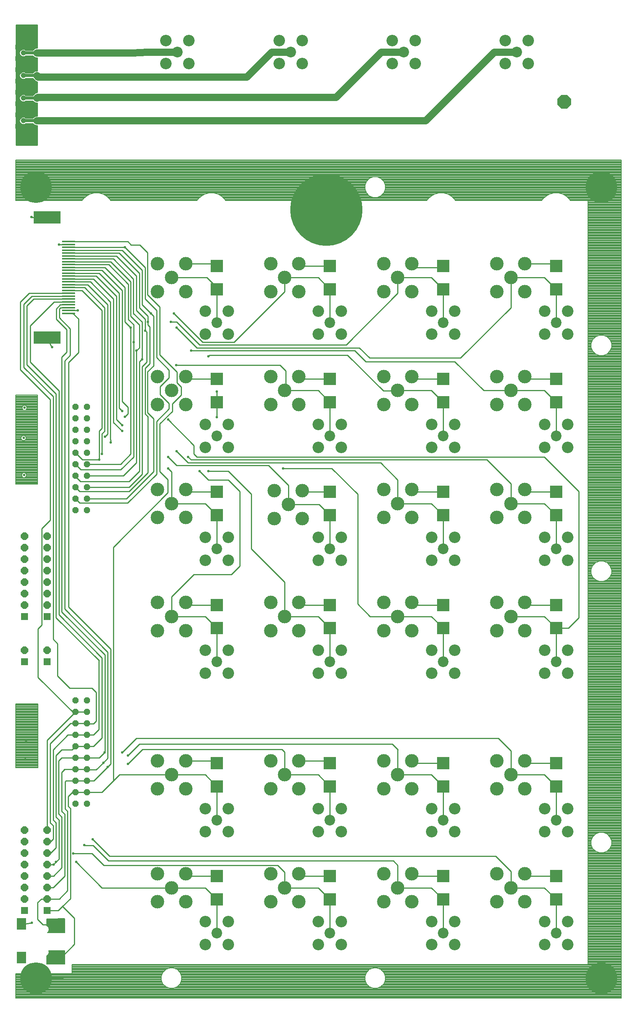
<source format=gbl>
G75*
%MOIN*%
%OFA0B0*%
%FSLAX25Y25*%
%IPPOS*%
%LPD*%
%AMOC8*
5,1,8,0,0,1.08239X$1,22.5*
%
%ADD10R,0.23622X0.11024*%
%ADD11R,0.11811X0.01319*%
%ADD12C,0.11811*%
%ADD13C,0.09300*%
%ADD14C,0.10050*%
%ADD15OC8,0.06496*%
%ADD16R,0.06496X0.06496*%
%ADD17OC8,0.05400*%
%ADD18R,0.10827X0.10669*%
%ADD19R,0.07874X0.09843*%
%ADD20R,0.05906X0.09843*%
%ADD21C,0.04528*%
%ADD22R,0.03937X0.03937*%
%ADD23OC8,0.11811*%
%ADD24C,0.01000*%
%ADD25C,0.02178*%
%ADD26C,0.27559*%
%ADD27C,0.00787*%
%ADD28C,0.62992*%
%ADD29C,0.00600*%
%ADD30C,0.06299*%
%ADD31C,0.02756*%
D10*
X0058587Y0598744D03*
X0058587Y0703469D03*
D11*
X0077091Y0682356D03*
X0077091Y0679856D03*
X0077091Y0677356D03*
X0077091Y0674856D03*
X0077091Y0672356D03*
X0077091Y0669856D03*
X0077091Y0667356D03*
X0077091Y0664856D03*
X0077091Y0662356D03*
X0077091Y0659856D03*
X0077091Y0657356D03*
X0077091Y0654856D03*
X0077091Y0652356D03*
X0077091Y0649856D03*
X0077091Y0647356D03*
X0077091Y0644856D03*
X0077091Y0642356D03*
X0077091Y0639856D03*
X0077091Y0637356D03*
X0077091Y0634856D03*
X0077091Y0632356D03*
X0077091Y0629856D03*
X0077091Y0627356D03*
X0077091Y0624856D03*
X0077091Y0622356D03*
X0077091Y0619856D03*
D12*
X0154654Y0638906D03*
X0166854Y0651106D03*
X0154654Y0663306D03*
X0179054Y0663306D03*
X0179054Y0638906D03*
X0179054Y0564881D03*
X0166854Y0552681D03*
X0154654Y0540481D03*
X0154654Y0564881D03*
X0179054Y0540481D03*
X0179054Y0466456D03*
X0166854Y0454256D03*
X0154654Y0466456D03*
X0154654Y0442056D03*
X0179054Y0442056D03*
X0179054Y0368031D03*
X0166854Y0355831D03*
X0154654Y0368031D03*
X0154654Y0343631D03*
X0179054Y0343631D03*
X0253080Y0343631D03*
X0265280Y0355831D03*
X0277480Y0368031D03*
X0277480Y0343631D03*
X0253080Y0368031D03*
X0256229Y0441269D03*
X0268429Y0453469D03*
X0256229Y0465669D03*
X0280629Y0465669D03*
X0280629Y0441269D03*
X0277480Y0540481D03*
X0265280Y0552681D03*
X0277480Y0564881D03*
X0253080Y0564881D03*
X0253080Y0540481D03*
X0253080Y0638906D03*
X0265280Y0651106D03*
X0277480Y0638906D03*
X0277480Y0663306D03*
X0253080Y0663306D03*
X0351505Y0663306D03*
X0363705Y0651106D03*
X0375905Y0638906D03*
X0375905Y0663306D03*
X0351505Y0638906D03*
X0351505Y0564881D03*
X0363705Y0552681D03*
X0375905Y0540481D03*
X0375905Y0564881D03*
X0351505Y0540481D03*
X0351505Y0466456D03*
X0363705Y0454256D03*
X0375905Y0466456D03*
X0375905Y0442056D03*
X0351505Y0442056D03*
X0351505Y0368031D03*
X0363705Y0355831D03*
X0375905Y0368031D03*
X0375905Y0343631D03*
X0351505Y0343631D03*
X0351505Y0230235D03*
X0363705Y0218035D03*
X0375905Y0205835D03*
X0375905Y0230235D03*
X0351505Y0205835D03*
X0351505Y0131810D03*
X0363705Y0119610D03*
X0375905Y0107410D03*
X0375905Y0131810D03*
X0351505Y0107410D03*
X0277480Y0107410D03*
X0265280Y0119610D03*
X0277480Y0131810D03*
X0253080Y0131810D03*
X0253080Y0107410D03*
X0253080Y0205835D03*
X0265280Y0218035D03*
X0277480Y0205835D03*
X0277480Y0230235D03*
X0253080Y0230235D03*
X0179054Y0230235D03*
X0166854Y0218035D03*
X0154654Y0205835D03*
X0154654Y0230235D03*
X0179054Y0205835D03*
X0179054Y0131810D03*
X0166854Y0119610D03*
X0154654Y0107410D03*
X0154654Y0131810D03*
X0179054Y0107410D03*
X0449930Y0107410D03*
X0462130Y0119610D03*
X0474330Y0107410D03*
X0474330Y0131810D03*
X0449930Y0131810D03*
X0449930Y0205835D03*
X0462130Y0218035D03*
X0474330Y0205835D03*
X0474330Y0230235D03*
X0449930Y0230235D03*
X0449930Y0343631D03*
X0462130Y0355831D03*
X0474330Y0368031D03*
X0474330Y0343631D03*
X0449930Y0368031D03*
X0449930Y0442056D03*
X0462130Y0454256D03*
X0474330Y0466456D03*
X0474330Y0442056D03*
X0449930Y0466456D03*
X0449930Y0540481D03*
X0462130Y0552681D03*
X0474330Y0540481D03*
X0474330Y0564881D03*
X0449930Y0564881D03*
X0449930Y0638906D03*
X0462130Y0651106D03*
X0474330Y0638906D03*
X0474330Y0663306D03*
X0449930Y0663306D03*
D13*
X0403075Y0611736D03*
X0403075Y0513311D03*
X0403075Y0414886D03*
X0403075Y0316461D03*
X0403075Y0178665D03*
X0403075Y0080240D03*
X0304650Y0080240D03*
X0304650Y0178665D03*
X0304650Y0316461D03*
X0304650Y0414886D03*
X0304650Y0513311D03*
X0304650Y0611736D03*
X0206224Y0611736D03*
X0206224Y0513311D03*
X0206224Y0414886D03*
X0206224Y0316461D03*
X0206224Y0178665D03*
X0206224Y0080240D03*
X0501500Y0080240D03*
X0501500Y0178665D03*
X0501500Y0316461D03*
X0501500Y0414886D03*
X0501500Y0513311D03*
X0501500Y0611736D03*
X0467248Y0847563D03*
X0368823Y0847563D03*
X0270398Y0847563D03*
X0171972Y0847563D03*
D14*
X0161972Y0857563D03*
X0161972Y0837563D03*
X0181972Y0837563D03*
X0181972Y0857563D03*
X0260398Y0857563D03*
X0260398Y0837563D03*
X0280398Y0837563D03*
X0280398Y0857563D03*
X0358823Y0857563D03*
X0358823Y0837563D03*
X0378823Y0837563D03*
X0378823Y0857563D03*
X0457248Y0857563D03*
X0457248Y0837563D03*
X0477248Y0837563D03*
X0477248Y0857563D03*
X0491500Y0621736D03*
X0491500Y0601736D03*
X0511500Y0601736D03*
X0511500Y0621736D03*
X0511500Y0523311D03*
X0511500Y0503311D03*
X0491500Y0503311D03*
X0491500Y0523311D03*
X0491500Y0424886D03*
X0491500Y0404886D03*
X0511500Y0404886D03*
X0511500Y0424886D03*
X0511500Y0326461D03*
X0511500Y0306461D03*
X0491500Y0306461D03*
X0491500Y0326461D03*
X0413075Y0326461D03*
X0413075Y0306461D03*
X0393075Y0306461D03*
X0393075Y0326461D03*
X0393075Y0404886D03*
X0393075Y0424886D03*
X0413075Y0424886D03*
X0413075Y0404886D03*
X0413075Y0503311D03*
X0413075Y0523311D03*
X0393075Y0523311D03*
X0393075Y0503311D03*
X0393075Y0601736D03*
X0393075Y0621736D03*
X0413075Y0621736D03*
X0413075Y0601736D03*
X0314650Y0601736D03*
X0314650Y0621736D03*
X0294650Y0621736D03*
X0294650Y0601736D03*
X0294650Y0523311D03*
X0294650Y0503311D03*
X0314650Y0503311D03*
X0314650Y0523311D03*
X0314650Y0424886D03*
X0314650Y0404886D03*
X0294650Y0404886D03*
X0294650Y0424886D03*
X0294650Y0326461D03*
X0294650Y0306461D03*
X0314650Y0306461D03*
X0314650Y0326461D03*
X0314650Y0188665D03*
X0314650Y0168665D03*
X0294650Y0168665D03*
X0294650Y0188665D03*
X0294650Y0090240D03*
X0294650Y0070240D03*
X0314650Y0070240D03*
X0314650Y0090240D03*
X0393075Y0090240D03*
X0393075Y0070240D03*
X0413075Y0070240D03*
X0413075Y0090240D03*
X0413075Y0168665D03*
X0413075Y0188665D03*
X0393075Y0188665D03*
X0393075Y0168665D03*
X0491500Y0168665D03*
X0491500Y0188665D03*
X0511500Y0188665D03*
X0511500Y0168665D03*
X0511500Y0090240D03*
X0511500Y0070240D03*
X0491500Y0070240D03*
X0491500Y0090240D03*
X0216224Y0090240D03*
X0216224Y0070240D03*
X0196224Y0070240D03*
X0196224Y0090240D03*
X0196224Y0168665D03*
X0196224Y0188665D03*
X0216224Y0188665D03*
X0216224Y0168665D03*
X0216224Y0306461D03*
X0216224Y0326461D03*
X0196224Y0326461D03*
X0196224Y0306461D03*
X0196224Y0404886D03*
X0196224Y0424886D03*
X0216224Y0424886D03*
X0216224Y0404886D03*
X0216224Y0503311D03*
X0216224Y0523311D03*
X0196224Y0523311D03*
X0196224Y0503311D03*
X0196224Y0601736D03*
X0196224Y0621736D03*
X0216224Y0621736D03*
X0216224Y0601736D03*
D15*
X0058587Y0425831D03*
X0058587Y0415831D03*
X0058587Y0405831D03*
X0058587Y0395831D03*
X0058587Y0385831D03*
X0058587Y0375831D03*
X0058587Y0365831D03*
X0038902Y0365831D03*
X0038902Y0375831D03*
X0038902Y0385831D03*
X0038902Y0395831D03*
X0038902Y0405831D03*
X0038902Y0415831D03*
X0038902Y0425831D03*
X0038902Y0326461D03*
X0058587Y0326461D03*
X0058587Y0169925D03*
X0058587Y0159925D03*
X0058587Y0149925D03*
X0058587Y0139925D03*
X0058587Y0129925D03*
X0058587Y0119925D03*
X0058587Y0109925D03*
X0038902Y0109925D03*
X0038902Y0119925D03*
X0038902Y0129925D03*
X0038902Y0139925D03*
X0038902Y0149925D03*
X0038902Y0159925D03*
X0038902Y0169925D03*
D16*
X0038902Y0099925D03*
X0058587Y0099925D03*
X0058587Y0316461D03*
X0038902Y0316461D03*
X0038902Y0355831D03*
X0058587Y0355831D03*
D17*
X0083114Y0282720D03*
X0083114Y0272720D03*
X0083114Y0262720D03*
X0083114Y0252720D03*
X0083114Y0242720D03*
X0083114Y0232720D03*
X0083114Y0222720D03*
X0083114Y0212720D03*
X0083114Y0202720D03*
X0083114Y0192720D03*
X0093114Y0192720D03*
X0093114Y0202720D03*
X0093114Y0212720D03*
X0093114Y0222720D03*
X0093114Y0232720D03*
X0093114Y0242720D03*
X0093114Y0252720D03*
X0093114Y0262720D03*
X0093114Y0272720D03*
X0093114Y0282720D03*
X0093114Y0448626D03*
X0093114Y0458626D03*
X0093114Y0468626D03*
X0093114Y0478626D03*
X0093114Y0488626D03*
X0093114Y0498626D03*
X0093114Y0508626D03*
X0093114Y0518626D03*
X0093114Y0528626D03*
X0093114Y0538626D03*
X0083114Y0538626D03*
X0083114Y0528626D03*
X0083114Y0518626D03*
X0083114Y0508626D03*
X0083114Y0498626D03*
X0083114Y0488626D03*
X0083114Y0478626D03*
X0083114Y0468626D03*
X0083114Y0458626D03*
X0083114Y0448626D03*
D18*
X0206224Y0444137D03*
X0206224Y0464374D03*
X0206224Y0542563D03*
X0206224Y0562800D03*
X0206224Y0640988D03*
X0206224Y0661225D03*
X0304650Y0661225D03*
X0304650Y0640988D03*
X0304650Y0562800D03*
X0304650Y0542563D03*
X0304650Y0464374D03*
X0304650Y0444137D03*
X0304650Y0365949D03*
X0304650Y0345712D03*
X0304650Y0228154D03*
X0304650Y0207917D03*
X0304650Y0129729D03*
X0304650Y0109492D03*
X0403075Y0109492D03*
X0403075Y0129729D03*
X0403075Y0207917D03*
X0403075Y0228154D03*
X0403075Y0345712D03*
X0403075Y0365949D03*
X0403075Y0444137D03*
X0403075Y0464374D03*
X0403075Y0542563D03*
X0403075Y0562800D03*
X0403075Y0640988D03*
X0403075Y0661225D03*
X0501500Y0661225D03*
X0501500Y0640988D03*
X0501500Y0562800D03*
X0501500Y0542563D03*
X0501500Y0464374D03*
X0501500Y0444137D03*
X0501500Y0365949D03*
X0501500Y0345712D03*
X0501500Y0228154D03*
X0501500Y0207917D03*
X0501500Y0129729D03*
X0501500Y0109492D03*
X0206224Y0109492D03*
X0206224Y0129729D03*
X0206224Y0207917D03*
X0206224Y0228154D03*
X0206224Y0345712D03*
X0206224Y0365949D03*
D19*
X0036146Y0088311D03*
X0036146Y0058783D03*
D20*
X0070988Y0058783D03*
X0070988Y0088311D03*
D21*
X0037720Y0787720D03*
X0037720Y0807406D03*
X0037720Y0827091D03*
X0037720Y0846776D03*
D22*
X0032720Y0851776D03*
X0032720Y0841776D03*
X0032720Y0832091D03*
X0032720Y0822091D03*
X0032720Y0812406D03*
X0032720Y0802406D03*
X0032720Y0792720D03*
X0032720Y0782720D03*
X0042720Y0782720D03*
X0042720Y0792720D03*
X0042720Y0802406D03*
X0042720Y0812406D03*
X0042720Y0822091D03*
X0042720Y0832091D03*
X0042720Y0841776D03*
X0042720Y0851776D03*
D23*
X0508587Y0804256D03*
D24*
X0499419Y0663306D02*
X0474330Y0663306D01*
X0462130Y0651106D02*
X0462130Y0624886D01*
X0418272Y0581028D01*
X0339098Y0581028D01*
X0330240Y0589886D01*
X0188724Y0589886D01*
X0171224Y0607386D01*
X0171224Y0612386D02*
X0166224Y0612386D01*
X0171224Y0612386D02*
X0191224Y0592386D01*
X0318724Y0592386D01*
X0363705Y0637366D01*
X0363705Y0651106D01*
X0392956Y0651106D01*
X0403075Y0640988D01*
X0403075Y0611736D01*
X0413272Y0577839D02*
X0335772Y0577839D01*
X0326224Y0587386D01*
X0183724Y0587386D01*
X0193724Y0594886D02*
X0168724Y0619886D01*
X0156618Y0625516D02*
X0145988Y0636146D01*
X0145988Y0672760D01*
X0139295Y0679453D01*
X0131628Y0679453D01*
X0128724Y0682356D01*
X0077091Y0682356D01*
X0077091Y0679886D02*
X0077091Y0679856D01*
X0077091Y0679886D02*
X0068724Y0679886D01*
X0077091Y0677356D02*
X0077120Y0677386D01*
X0126224Y0677386D01*
X0143724Y0659886D01*
X0143724Y0632386D01*
X0153724Y0622386D01*
X0153724Y0581421D01*
X0164689Y0570457D01*
X0164689Y0563902D01*
X0157012Y0556224D01*
X0157012Y0549138D01*
X0164492Y0541657D01*
X0164492Y0536677D01*
X0153724Y0525909D01*
X0153724Y0479846D01*
X0128604Y0454726D01*
X0087014Y0454726D01*
X0083114Y0458626D01*
X0087014Y0464726D02*
X0083114Y0468626D01*
X0087014Y0464726D02*
X0129923Y0464726D01*
X0146224Y0481028D01*
X0146224Y0529886D01*
X0143724Y0532386D01*
X0143724Y0572081D01*
X0147947Y0576303D01*
X0147947Y0608163D01*
X0146224Y0609886D01*
X0146224Y0612386D01*
X0146224Y0617386D01*
X0138724Y0624886D01*
X0138724Y0654886D01*
X0121224Y0672386D01*
X0077120Y0672386D01*
X0077091Y0672356D01*
X0077091Y0669856D02*
X0118724Y0669856D01*
X0136195Y0652386D01*
X0136195Y0622415D01*
X0143724Y0614886D01*
X0143724Y0605043D01*
X0143724Y0604886D01*
X0143724Y0605043D02*
X0145122Y0603646D01*
X0145122Y0577484D01*
X0141224Y0573587D01*
X0141224Y0479886D01*
X0129965Y0468626D01*
X0093114Y0468626D01*
X0087642Y0473469D02*
X0129807Y0473469D01*
X0138724Y0482386D01*
X0138724Y0577701D01*
X0140909Y0579886D01*
X0141224Y0579886D01*
X0141224Y0612386D01*
X0133695Y0619915D01*
X0133695Y0649886D01*
X0116224Y0667356D01*
X0077091Y0667356D01*
X0077120Y0664886D02*
X0113724Y0664886D01*
X0131224Y0647386D01*
X0131224Y0617386D01*
X0138724Y0609886D01*
X0138724Y0589886D01*
X0136224Y0587386D01*
X0136224Y0489886D01*
X0124965Y0478626D01*
X0093114Y0478626D01*
X0087957Y0483783D02*
X0122622Y0483783D01*
X0133724Y0494886D01*
X0133724Y0594886D01*
X0133724Y0610123D01*
X0129174Y0614673D01*
X0129174Y0645336D01*
X0112154Y0662356D01*
X0077091Y0662356D01*
X0077091Y0659856D02*
X0108724Y0659856D01*
X0126195Y0642386D01*
X0126195Y0612415D01*
X0131224Y0607386D01*
X0131224Y0497386D01*
X0122465Y0488626D01*
X0093114Y0488626D01*
X0089214Y0492526D02*
X0103584Y0492526D01*
X0103724Y0492386D01*
X0103724Y0517386D01*
X0106224Y0519886D01*
X0106224Y0622386D01*
X0088724Y0639886D01*
X0077120Y0639886D01*
X0077091Y0639856D01*
X0077091Y0637356D02*
X0046254Y0637356D01*
X0046224Y0637386D01*
X0042839Y0637386D01*
X0035358Y0629906D01*
X0035358Y0570752D01*
X0061224Y0544886D01*
X0061224Y0439886D01*
X0053724Y0432386D01*
X0053724Y0348350D01*
X0050713Y0345339D01*
X0050713Y0302898D01*
X0082533Y0271077D01*
X0084177Y0272720D01*
X0083114Y0272720D01*
X0058587Y0248193D01*
X0058587Y0169925D01*
X0063724Y0173823D02*
X0063724Y0162071D01*
X0061579Y0159925D01*
X0058587Y0159925D01*
X0066224Y0154571D02*
X0061579Y0149925D01*
X0058587Y0149925D01*
X0058587Y0139925D02*
X0064079Y0139925D01*
X0066224Y0142071D01*
X0068724Y0144571D01*
X0068724Y0178823D01*
X0066224Y0181323D01*
X0066224Y0234886D01*
X0071224Y0239886D01*
X0080280Y0239886D01*
X0083114Y0242720D01*
X0093114Y0242720D01*
X0098724Y0242720D01*
X0106224Y0250220D01*
X0106224Y0319886D01*
X0068724Y0357386D01*
X0068724Y0552386D01*
X0043724Y0577386D01*
X0043724Y0609089D01*
X0064492Y0629856D01*
X0077091Y0629856D01*
X0077120Y0627386D02*
X0077091Y0627356D01*
X0069876Y0627356D01*
X0066435Y0623916D01*
X0066435Y0616585D01*
X0066461Y0616560D01*
X0066461Y0614886D01*
X0075516Y0605831D01*
X0075516Y0586146D01*
X0071224Y0581854D01*
X0071224Y0359886D01*
X0108724Y0322386D01*
X0108724Y0237720D01*
X0108390Y0237386D01*
X0103724Y0232720D01*
X0093114Y0232720D01*
X0083114Y0232720D01*
X0071303Y0232720D01*
X0068596Y0230014D01*
X0068596Y0183823D01*
X0068724Y0183823D01*
X0071224Y0181323D01*
X0071224Y0137071D01*
X0064079Y0129925D01*
X0058587Y0129925D01*
X0058587Y0119925D02*
X0063724Y0119925D01*
X0073724Y0129925D01*
X0073724Y0183823D01*
X0071224Y0186323D01*
X0071224Y0220220D01*
X0073724Y0222720D01*
X0083114Y0222720D01*
X0093114Y0222720D01*
X0093449Y0222386D01*
X0101224Y0222386D01*
X0107474Y0228636D01*
X0111224Y0232386D01*
X0111224Y0324886D01*
X0073724Y0362386D01*
X0073724Y0578449D01*
X0078665Y0583390D01*
X0078665Y0606618D01*
X0069217Y0616067D01*
X0069217Y0623941D01*
X0070132Y0624856D01*
X0077091Y0624856D01*
X0077120Y0622386D02*
X0077091Y0622356D01*
X0077100Y0622346D01*
X0085260Y0622346D01*
X0081028Y0620004D02*
X0085752Y0615280D01*
X0085752Y0585752D01*
X0077091Y0577091D01*
X0077091Y0364020D01*
X0113724Y0327386D01*
X0113724Y0227386D01*
X0111224Y0224886D01*
X0099059Y0212720D01*
X0093114Y0212720D01*
X0083114Y0212720D01*
X0074925Y0212720D01*
X0074157Y0211953D01*
X0074157Y0188390D01*
X0076224Y0186323D01*
X0076224Y0117071D01*
X0069079Y0109925D01*
X0058587Y0109925D01*
X0053469Y0109925D01*
X0050319Y0106776D01*
X0050319Y0092051D01*
X0054846Y0087524D01*
X0070988Y0088311D01*
X0068370Y0099925D02*
X0058587Y0099925D01*
X0068370Y0099925D02*
X0071943Y0103498D01*
X0082209Y0093232D01*
X0082209Y0070398D01*
X0069807Y0057996D01*
X0070988Y0058783D01*
X0072366Y0040870D02*
X0048744Y0040870D01*
X0035673Y0087524D02*
X0045299Y0089276D01*
X0036146Y0088311D02*
X0035673Y0087524D01*
X0071943Y0103498D02*
X0078724Y0110280D01*
X0078724Y0188823D01*
X0077031Y0190516D01*
X0077031Y0199079D01*
X0080673Y0202720D01*
X0083114Y0202720D01*
X0093114Y0202720D01*
X0106224Y0202720D01*
X0116224Y0212720D01*
X0116224Y0416224D01*
X0163705Y0463705D01*
X0163705Y0475122D01*
X0156659Y0482168D01*
X0156659Y0523699D01*
X0167586Y0534626D01*
X0167586Y0541208D01*
X0175122Y0548744D01*
X0175122Y0555847D01*
X0171595Y0559374D01*
X0171595Y0568806D01*
X0156618Y0583783D01*
X0156618Y0625516D01*
X0148724Y0619856D02*
X0151195Y0617386D01*
X0151224Y0617386D01*
X0151224Y0574335D01*
X0145988Y0569098D01*
X0145988Y0533508D01*
X0151224Y0528272D01*
X0151224Y0482209D01*
X0127642Y0458626D01*
X0093114Y0458626D01*
X0087642Y0473469D02*
X0083114Y0477996D01*
X0083114Y0478626D01*
X0087957Y0483783D02*
X0083114Y0488626D01*
X0089214Y0492526D02*
X0083114Y0498626D01*
X0106224Y0497386D02*
X0106224Y0514886D01*
X0108695Y0517356D01*
X0108695Y0624886D01*
X0091224Y0642356D01*
X0077091Y0642356D01*
X0077091Y0644856D02*
X0077120Y0644886D01*
X0093724Y0644886D01*
X0111224Y0627386D01*
X0111224Y0514886D01*
X0108724Y0512386D01*
X0113695Y0509915D02*
X0113724Y0509886D01*
X0113724Y0507386D01*
X0113695Y0509915D02*
X0113695Y0629886D01*
X0096224Y0647356D01*
X0077091Y0647356D01*
X0077091Y0649856D02*
X0077120Y0649886D01*
X0098724Y0649886D01*
X0116224Y0632386D01*
X0116224Y0524886D01*
X0123724Y0517386D01*
X0123724Y0522386D02*
X0118724Y0527386D01*
X0118724Y0634886D01*
X0101224Y0652386D01*
X0077120Y0652386D01*
X0077091Y0652356D01*
X0077091Y0654856D02*
X0103724Y0654856D01*
X0121195Y0637386D01*
X0121195Y0537415D01*
X0123724Y0534886D01*
X0128724Y0532386D02*
X0126224Y0529886D01*
X0128724Y0532386D02*
X0128724Y0538114D01*
X0123724Y0543114D01*
X0123724Y0639886D01*
X0106224Y0657386D01*
X0077120Y0657386D01*
X0077091Y0657356D01*
X0077091Y0664856D02*
X0077120Y0664886D01*
X0077091Y0674856D02*
X0123724Y0674856D01*
X0141195Y0657386D01*
X0141195Y0627386D01*
X0148724Y0619856D01*
X0166854Y0651106D02*
X0197504Y0651106D01*
X0206224Y0642386D01*
X0206224Y0640988D01*
X0206224Y0611736D01*
X0193724Y0594886D02*
X0221224Y0594886D01*
X0265280Y0638941D01*
X0265280Y0651106D01*
X0294531Y0651106D01*
X0304650Y0640988D01*
X0304650Y0611736D01*
X0319974Y0583636D02*
X0199974Y0583636D01*
X0198724Y0582386D01*
X0206224Y0562800D02*
X0181136Y0562800D01*
X0179054Y0564881D01*
X0170949Y0574886D02*
X0261185Y0574886D01*
X0266224Y0569846D01*
X0266224Y0552681D01*
X0294531Y0552681D01*
X0304650Y0542563D01*
X0304650Y0513311D01*
X0306224Y0484886D02*
X0328724Y0462386D01*
X0328724Y0366795D01*
X0339689Y0355831D01*
X0363705Y0355831D01*
X0392956Y0355831D01*
X0403075Y0345712D01*
X0403075Y0316461D01*
X0403075Y0365949D02*
X0377986Y0365949D01*
X0375905Y0368031D01*
X0403075Y0414886D02*
X0403075Y0444137D01*
X0392956Y0454256D01*
X0363705Y0454256D01*
X0363705Y0474906D01*
X0348724Y0489886D01*
X0181224Y0489886D01*
X0171224Y0499886D01*
X0163724Y0494886D02*
X0171224Y0487386D01*
X0251224Y0487386D01*
X0268429Y0470181D01*
X0268429Y0453469D01*
X0295319Y0453469D01*
X0304650Y0444137D01*
X0304650Y0414886D01*
X0304650Y0464374D02*
X0281923Y0464374D01*
X0280629Y0465669D01*
X0263724Y0484886D02*
X0306224Y0484886D01*
X0266224Y0552681D02*
X0265280Y0552681D01*
X0277480Y0564881D02*
X0279561Y0562800D01*
X0304650Y0562800D01*
X0319974Y0583636D02*
X0351224Y0552386D01*
X0363409Y0552386D01*
X0363705Y0552681D01*
X0392956Y0552681D01*
X0403075Y0542563D01*
X0403075Y0513311D01*
X0403075Y0464374D02*
X0377986Y0464374D01*
X0375905Y0466456D01*
X0377986Y0562800D02*
X0375905Y0564881D01*
X0377986Y0562800D02*
X0403075Y0562800D01*
X0413272Y0577839D02*
X0438429Y0552681D01*
X0462130Y0552681D01*
X0491381Y0552681D01*
X0501500Y0542563D01*
X0501500Y0513311D01*
X0491224Y0494886D02*
X0521224Y0464886D01*
X0521224Y0354886D01*
X0512051Y0345712D01*
X0501500Y0345712D01*
X0501500Y0316461D01*
X0501500Y0345712D02*
X0491381Y0355831D01*
X0462130Y0355831D01*
X0458724Y0359236D01*
X0474330Y0368031D02*
X0476411Y0365949D01*
X0501500Y0365949D01*
X0501500Y0414886D02*
X0501500Y0444137D01*
X0491381Y0454256D01*
X0462130Y0454256D01*
X0462130Y0471480D01*
X0441224Y0492386D01*
X0183724Y0492386D01*
X0181224Y0494886D01*
X0186224Y0497386D02*
X0186224Y0504886D01*
X0163724Y0527386D01*
X0186224Y0497386D02*
X0188724Y0494886D01*
X0491224Y0494886D01*
X0501500Y0464374D02*
X0476411Y0464374D01*
X0474330Y0466456D01*
X0476411Y0562800D02*
X0474330Y0564881D01*
X0476411Y0562800D02*
X0501500Y0562800D01*
X0501500Y0611736D02*
X0501500Y0640988D01*
X0491381Y0651106D01*
X0462130Y0651106D01*
X0499419Y0663306D02*
X0501500Y0661225D01*
X0502661Y0662386D01*
X0503724Y0662386D01*
X0406224Y0661225D02*
X0406224Y0659886D01*
X0379325Y0659886D01*
X0375905Y0663306D01*
X0403075Y0661225D02*
X0406224Y0661225D01*
X0304650Y0661225D02*
X0279561Y0661225D01*
X0277480Y0663306D01*
X0206224Y0661225D02*
X0205304Y0662145D01*
X0205304Y0663306D01*
X0203724Y0664886D01*
X0203724Y0662386D01*
X0205304Y0663306D02*
X0179054Y0663306D01*
X0206224Y0551894D02*
X0206224Y0542563D01*
X0206224Y0529453D01*
X0198724Y0482386D02*
X0216224Y0482386D01*
X0236224Y0462386D01*
X0236224Y0414807D01*
X0265280Y0385752D01*
X0265280Y0355831D01*
X0294531Y0355831D01*
X0304650Y0345712D01*
X0304650Y0316461D01*
X0304650Y0365949D02*
X0279561Y0365949D01*
X0277480Y0368031D01*
X0226224Y0399886D02*
X0218724Y0392386D01*
X0186224Y0392386D01*
X0166854Y0373016D01*
X0166854Y0355831D01*
X0196106Y0355831D01*
X0206224Y0345712D01*
X0206224Y0316461D01*
X0206224Y0365949D02*
X0181136Y0365949D01*
X0179054Y0368031D01*
X0206224Y0414886D02*
X0206224Y0444137D01*
X0196106Y0454256D01*
X0166854Y0454256D01*
X0166854Y0481756D01*
X0163724Y0484886D01*
X0179054Y0466456D02*
X0181136Y0464374D01*
X0206224Y0464374D01*
X0198724Y0474886D02*
X0216224Y0474886D01*
X0226224Y0464886D01*
X0226224Y0399886D01*
X0198724Y0474886D02*
X0191224Y0482386D01*
X0066224Y0354886D02*
X0103724Y0317386D01*
X0103557Y0317219D01*
X0103557Y0257553D01*
X0098724Y0252720D01*
X0093114Y0252720D01*
X0083114Y0252720D01*
X0076559Y0252720D01*
X0063724Y0239886D01*
X0063724Y0178823D01*
X0066224Y0176323D01*
X0066224Y0154571D01*
X0081224Y0149571D02*
X0097524Y0149571D01*
X0107799Y0139295D01*
X0259315Y0139295D01*
X0265280Y0133331D01*
X0265280Y0119610D01*
X0294531Y0119610D01*
X0304650Y0109492D01*
X0304650Y0080240D01*
X0304650Y0129729D02*
X0279561Y0129729D01*
X0277480Y0131810D01*
X0304650Y0178665D02*
X0304650Y0207917D01*
X0294531Y0218035D01*
X0265280Y0218035D01*
X0265280Y0237720D01*
X0262917Y0240083D01*
X0141421Y0240083D01*
X0128724Y0227386D01*
X0128724Y0234886D02*
X0138724Y0244886D01*
X0358724Y0244886D01*
X0363724Y0239886D01*
X0363705Y0239866D01*
X0363705Y0218035D01*
X0392956Y0218035D01*
X0403075Y0207917D01*
X0403075Y0178665D01*
X0403075Y0129729D02*
X0377986Y0129729D01*
X0375905Y0131810D01*
X0363705Y0139295D02*
X0363705Y0119610D01*
X0392956Y0119610D01*
X0403075Y0109492D01*
X0403075Y0080240D01*
X0363705Y0139295D02*
X0359768Y0143232D01*
X0111736Y0143232D01*
X0098624Y0156344D01*
X0092356Y0156344D01*
X0090850Y0156697D01*
X0098350Y0161697D02*
X0112878Y0147169D01*
X0448941Y0147169D01*
X0462130Y0133980D01*
X0462130Y0119610D01*
X0491381Y0119610D01*
X0501500Y0109492D01*
X0501500Y0080240D01*
X0501500Y0129729D02*
X0476411Y0129729D01*
X0474330Y0131810D01*
X0501500Y0178665D02*
X0501500Y0207917D01*
X0491381Y0218035D01*
X0462130Y0218035D01*
X0462130Y0238980D01*
X0451224Y0249886D01*
X0136224Y0249886D01*
X0123724Y0237386D01*
X0121539Y0218035D02*
X0116224Y0212720D01*
X0121539Y0218035D02*
X0166854Y0218035D01*
X0196106Y0218035D01*
X0206224Y0207917D01*
X0206224Y0178665D01*
X0206067Y0129886D02*
X0176224Y0129886D01*
X0179054Y0131810D02*
X0181136Y0129729D01*
X0206224Y0129729D01*
X0206067Y0129886D01*
X0196106Y0119610D02*
X0206224Y0109492D01*
X0206224Y0080240D01*
X0196106Y0119610D02*
X0166854Y0119610D01*
X0106185Y0119610D01*
X0083724Y0142071D01*
X0063724Y0173823D02*
X0061224Y0176323D01*
X0061224Y0245220D01*
X0078724Y0262720D01*
X0083114Y0262720D01*
X0093114Y0262720D01*
X0093449Y0262386D01*
X0098724Y0262386D01*
X0101224Y0264886D01*
X0101224Y0289886D01*
X0097484Y0293626D01*
X0078272Y0293626D01*
X0067602Y0304295D01*
X0067602Y0332209D01*
X0063724Y0336087D01*
X0063724Y0547386D01*
X0038114Y0572996D01*
X0038114Y0627770D01*
X0045201Y0634856D01*
X0077091Y0634856D01*
X0077120Y0632386D02*
X0077091Y0632356D01*
X0077061Y0632386D01*
X0046776Y0632386D01*
X0040870Y0626480D01*
X0040870Y0575240D01*
X0066224Y0549886D01*
X0066224Y0354886D01*
X0058587Y0425831D02*
X0055324Y0425831D01*
X0084177Y0272720D02*
X0093114Y0272720D01*
X0073724Y0222720D02*
X0073114Y0222720D01*
X0179054Y0230235D02*
X0204143Y0230235D01*
X0206224Y0228154D01*
X0277480Y0230235D02*
X0302568Y0230235D01*
X0304650Y0228154D01*
X0375905Y0230235D02*
X0377986Y0228154D01*
X0403075Y0228154D01*
X0474330Y0230235D02*
X0476411Y0228154D01*
X0501500Y0228154D01*
X0081028Y0620004D02*
X0077238Y0620004D01*
X0077091Y0619856D01*
X0058587Y0598744D02*
X0062130Y0591146D01*
X0062819Y0590457D01*
X0062130Y0699886D02*
X0058587Y0703469D01*
X0062130Y0699886D02*
X0044728Y0703823D01*
X0068724Y0699886D01*
X0049925Y0766461D02*
X0031434Y0766461D01*
X0031434Y0871185D01*
X0049925Y0871185D01*
X0049925Y0851025D01*
X0048686Y0851025D01*
X0047124Y0850378D01*
X0046000Y0849254D01*
X0040000Y0849254D01*
X0039626Y0849627D01*
X0038390Y0850139D01*
X0037051Y0850139D01*
X0035815Y0849627D01*
X0034869Y0848681D01*
X0034357Y0847445D01*
X0034357Y0846106D01*
X0034869Y0844870D01*
X0035815Y0843924D01*
X0037051Y0843412D01*
X0038390Y0843412D01*
X0039626Y0843924D01*
X0040000Y0844298D01*
X0046000Y0844298D01*
X0047124Y0843173D01*
X0048686Y0842526D01*
X0049925Y0842526D01*
X0049925Y0831340D01*
X0048686Y0831340D01*
X0047124Y0830693D01*
X0046000Y0829568D01*
X0040000Y0829568D01*
X0039626Y0829942D01*
X0038390Y0830454D01*
X0037051Y0830454D01*
X0035815Y0829942D01*
X0034869Y0828996D01*
X0034357Y0827760D01*
X0034357Y0826421D01*
X0034869Y0825185D01*
X0035815Y0824239D01*
X0037051Y0823727D01*
X0038390Y0823727D01*
X0039626Y0824239D01*
X0040000Y0824613D01*
X0046000Y0824613D01*
X0048305Y0822307D01*
X0049867Y0821660D01*
X0049925Y0821660D01*
X0049925Y0812443D01*
X0049474Y0812443D01*
X0047912Y0811796D01*
X0046716Y0810600D01*
X0046000Y0809883D01*
X0040000Y0809883D01*
X0039626Y0810257D01*
X0038390Y0810769D01*
X0037051Y0810769D01*
X0035815Y0810257D01*
X0034869Y0809311D01*
X0034357Y0808075D01*
X0034357Y0806736D01*
X0034869Y0805500D01*
X0035815Y0804554D01*
X0037051Y0804042D01*
X0038390Y0804042D01*
X0039626Y0804554D01*
X0040000Y0804928D01*
X0046000Y0804928D01*
X0047124Y0803803D01*
X0048686Y0803156D01*
X0049925Y0803156D01*
X0049925Y0791976D01*
X0048626Y0791958D01*
X0047074Y0791289D01*
X0046014Y0790198D01*
X0040000Y0790198D01*
X0039626Y0790572D01*
X0038390Y0791084D01*
X0037051Y0791084D01*
X0035815Y0790572D01*
X0034869Y0789626D01*
X0034357Y0788390D01*
X0034357Y0787051D01*
X0034869Y0785815D01*
X0035815Y0784869D01*
X0037051Y0784357D01*
X0038390Y0784357D01*
X0039626Y0784869D01*
X0040000Y0785243D01*
X0045984Y0785243D01*
X0047175Y0784084D01*
X0048746Y0783459D01*
X0049925Y0783476D01*
X0049925Y0766461D01*
X0049925Y0766593D02*
X0031434Y0766593D01*
X0031434Y0767591D02*
X0049925Y0767591D01*
X0049925Y0768590D02*
X0031434Y0768590D01*
X0031434Y0769588D02*
X0049925Y0769588D01*
X0049925Y0770587D02*
X0031434Y0770587D01*
X0031434Y0771585D02*
X0049925Y0771585D01*
X0049925Y0772584D02*
X0031434Y0772584D01*
X0031434Y0773582D02*
X0049925Y0773582D01*
X0049925Y0774581D02*
X0031434Y0774581D01*
X0031434Y0775579D02*
X0049925Y0775579D01*
X0049925Y0776578D02*
X0031434Y0776578D01*
X0031434Y0777576D02*
X0049925Y0777576D01*
X0049925Y0778575D02*
X0031434Y0778575D01*
X0031434Y0779573D02*
X0049925Y0779573D01*
X0049925Y0780572D02*
X0031434Y0780572D01*
X0031434Y0781570D02*
X0049925Y0781570D01*
X0049925Y0782569D02*
X0031434Y0782569D01*
X0031434Y0783568D02*
X0048474Y0783568D01*
X0046680Y0784566D02*
X0038895Y0784566D01*
X0036546Y0784566D02*
X0031434Y0784566D01*
X0031434Y0785565D02*
X0035119Y0785565D01*
X0034559Y0786563D02*
X0031434Y0786563D01*
X0031434Y0787562D02*
X0034357Y0787562D01*
X0034427Y0788560D02*
X0031434Y0788560D01*
X0031434Y0789559D02*
X0034841Y0789559D01*
X0035800Y0790557D02*
X0031434Y0790557D01*
X0031434Y0791556D02*
X0047693Y0791556D01*
X0046362Y0790557D02*
X0039641Y0790557D01*
X0031434Y0792554D02*
X0049925Y0792554D01*
X0049925Y0793553D02*
X0031434Y0793553D01*
X0031434Y0794551D02*
X0049925Y0794551D01*
X0049925Y0795550D02*
X0031434Y0795550D01*
X0031434Y0796548D02*
X0049925Y0796548D01*
X0049925Y0797547D02*
X0031434Y0797547D01*
X0031434Y0798545D02*
X0049925Y0798545D01*
X0049925Y0799544D02*
X0031434Y0799544D01*
X0031434Y0800542D02*
X0049925Y0800542D01*
X0049925Y0801541D02*
X0031434Y0801541D01*
X0031434Y0802539D02*
X0049925Y0802539D01*
X0047764Y0803538D02*
X0031434Y0803538D01*
X0031434Y0804536D02*
X0035858Y0804536D01*
X0034854Y0805535D02*
X0031434Y0805535D01*
X0031434Y0806533D02*
X0034441Y0806533D01*
X0034357Y0807532D02*
X0031434Y0807532D01*
X0031434Y0808530D02*
X0034545Y0808530D01*
X0035087Y0809529D02*
X0031434Y0809529D01*
X0031434Y0810527D02*
X0036467Y0810527D01*
X0038974Y0810527D02*
X0046643Y0810527D01*
X0046716Y0810600D02*
X0046716Y0810600D01*
X0047642Y0811526D02*
X0031434Y0811526D01*
X0031434Y0812524D02*
X0049925Y0812524D01*
X0049925Y0813523D02*
X0031434Y0813523D01*
X0031434Y0814521D02*
X0049925Y0814521D01*
X0049925Y0815520D02*
X0031434Y0815520D01*
X0031434Y0816518D02*
X0049925Y0816518D01*
X0049925Y0817517D02*
X0031434Y0817517D01*
X0031434Y0818515D02*
X0049925Y0818515D01*
X0049925Y0819514D02*
X0031434Y0819514D01*
X0031434Y0820512D02*
X0049925Y0820512D01*
X0049925Y0821511D02*
X0031434Y0821511D01*
X0031434Y0822509D02*
X0048103Y0822509D01*
X0047104Y0823508D02*
X0031434Y0823508D01*
X0031434Y0824506D02*
X0035547Y0824506D01*
X0034736Y0825505D02*
X0031434Y0825505D01*
X0031434Y0826503D02*
X0034357Y0826503D01*
X0034357Y0827502D02*
X0031434Y0827502D01*
X0031434Y0828501D02*
X0034664Y0828501D01*
X0035372Y0829499D02*
X0031434Y0829499D01*
X0031434Y0830498D02*
X0046929Y0830498D01*
X0049925Y0831496D02*
X0031434Y0831496D01*
X0031434Y0832495D02*
X0049925Y0832495D01*
X0049925Y0833493D02*
X0031434Y0833493D01*
X0031434Y0834492D02*
X0049925Y0834492D01*
X0049925Y0835490D02*
X0031434Y0835490D01*
X0031434Y0836489D02*
X0049925Y0836489D01*
X0049925Y0837487D02*
X0031434Y0837487D01*
X0031434Y0838486D02*
X0049925Y0838486D01*
X0049925Y0839484D02*
X0031434Y0839484D01*
X0031434Y0840483D02*
X0049925Y0840483D01*
X0049925Y0841481D02*
X0031434Y0841481D01*
X0031434Y0842480D02*
X0049925Y0842480D01*
X0046819Y0843478D02*
X0038550Y0843478D01*
X0036891Y0843478D02*
X0031434Y0843478D01*
X0031434Y0844477D02*
X0035262Y0844477D01*
X0034618Y0845475D02*
X0031434Y0845475D01*
X0031434Y0846474D02*
X0034357Y0846474D01*
X0034368Y0847472D02*
X0031434Y0847472D01*
X0031434Y0848471D02*
X0034782Y0848471D01*
X0035657Y0849469D02*
X0031434Y0849469D01*
X0031434Y0850468D02*
X0047340Y0850468D01*
X0046215Y0849469D02*
X0039784Y0849469D01*
X0031434Y0851466D02*
X0049925Y0851466D01*
X0049925Y0852465D02*
X0031434Y0852465D01*
X0031434Y0853463D02*
X0049925Y0853463D01*
X0049925Y0854462D02*
X0031434Y0854462D01*
X0031434Y0855460D02*
X0049925Y0855460D01*
X0049925Y0856459D02*
X0031434Y0856459D01*
X0031434Y0857457D02*
X0049925Y0857457D01*
X0049925Y0858456D02*
X0031434Y0858456D01*
X0031434Y0859454D02*
X0049925Y0859454D01*
X0049925Y0860453D02*
X0031434Y0860453D01*
X0031434Y0861451D02*
X0049925Y0861451D01*
X0049925Y0862450D02*
X0031434Y0862450D01*
X0031434Y0863448D02*
X0049925Y0863448D01*
X0049925Y0864447D02*
X0031434Y0864447D01*
X0031434Y0865445D02*
X0049925Y0865445D01*
X0049925Y0866444D02*
X0031434Y0866444D01*
X0031434Y0867442D02*
X0049925Y0867442D01*
X0049925Y0868441D02*
X0031434Y0868441D01*
X0031434Y0869439D02*
X0049925Y0869439D01*
X0049925Y0870438D02*
X0031434Y0870438D01*
X0039893Y0824506D02*
X0046106Y0824506D01*
X0046391Y0804536D02*
X0039583Y0804536D01*
D25*
X0043626Y0797563D03*
X0033783Y0797563D03*
X0034571Y0817248D03*
X0043626Y0817248D03*
X0043626Y0836933D03*
X0033783Y0836933D03*
X0034177Y0858587D03*
X0045988Y0862130D03*
X0035358Y0774335D03*
X0046382Y0773547D03*
X0044728Y0703823D03*
X0068724Y0679886D03*
X0085260Y0622346D03*
X0062819Y0590457D03*
X0038902Y0537720D03*
X0038114Y0511343D03*
X0038508Y0479059D03*
X0103724Y0492386D03*
X0106224Y0497386D03*
X0113724Y0507386D03*
X0108724Y0512386D03*
X0123724Y0517386D03*
X0123724Y0522386D03*
X0126224Y0529886D03*
X0123724Y0534886D03*
X0141224Y0579886D03*
X0136224Y0587386D03*
X0133724Y0594886D03*
X0131224Y0607386D03*
X0143724Y0604886D03*
X0146224Y0612386D03*
X0148724Y0619856D03*
X0166224Y0612386D03*
X0171224Y0607386D03*
X0168724Y0619886D03*
X0183724Y0587386D03*
X0170949Y0574886D03*
X0198724Y0582386D03*
X0206224Y0551894D03*
X0206224Y0529453D03*
X0181224Y0494886D03*
X0171224Y0499886D03*
X0163724Y0494886D03*
X0163724Y0484886D03*
X0163724Y0527386D03*
X0191224Y0482386D03*
X0198724Y0482386D03*
X0263724Y0484886D03*
X0126224Y0677386D03*
X0040476Y0268035D03*
X0040083Y0246776D03*
X0039689Y0231421D03*
X0090850Y0156697D03*
X0098350Y0161697D03*
X0083724Y0142071D03*
X0081224Y0149571D03*
X0066224Y0142071D03*
X0064079Y0139925D03*
X0045299Y0089276D03*
X0111224Y0224886D03*
X0107474Y0228636D03*
X0108390Y0237386D03*
X0123724Y0237386D03*
X0128724Y0234886D03*
X0128724Y0227386D03*
D26*
X0048744Y0040870D03*
X0048744Y0729846D03*
X0540870Y0729846D03*
X0540870Y0040870D03*
D27*
X0031328Y0044807D02*
X0031328Y0023454D01*
X0558287Y0023454D01*
X0558287Y0753469D01*
X0031328Y0753469D01*
X0031328Y0718035D01*
X0088998Y0718035D01*
X0089686Y0719227D01*
X0092435Y0721975D01*
X0095801Y0723919D01*
X0099556Y0724925D01*
X0103444Y0724925D01*
X0107199Y0723919D01*
X0110565Y0721975D01*
X0113314Y0719227D01*
X0114002Y0718035D01*
X0188998Y0718035D01*
X0189686Y0719227D01*
X0192435Y0721975D01*
X0195801Y0723919D01*
X0199556Y0724925D01*
X0203444Y0724925D01*
X0207199Y0723919D01*
X0210565Y0721975D01*
X0213314Y0719227D01*
X0214002Y0718035D01*
X0388998Y0718035D01*
X0389686Y0719227D01*
X0392435Y0721975D01*
X0395801Y0723919D01*
X0399556Y0724925D01*
X0403444Y0724925D01*
X0407199Y0723919D01*
X0410565Y0721975D01*
X0413314Y0719227D01*
X0414002Y0718035D01*
X0488998Y0718035D01*
X0489686Y0719227D01*
X0492435Y0721975D01*
X0495801Y0723919D01*
X0499556Y0724925D01*
X0503444Y0724925D01*
X0507199Y0723919D01*
X0510565Y0721975D01*
X0513314Y0719227D01*
X0514002Y0718035D01*
X0529059Y0718035D01*
X0529059Y0052681D01*
X0080240Y0052681D01*
X0080240Y0044807D01*
X0031328Y0044807D01*
X0031328Y0044161D02*
X0158629Y0044161D01*
X0158304Y0043375D02*
X0031328Y0043375D01*
X0031328Y0042590D02*
X0157996Y0042590D01*
X0157996Y0042632D02*
X0157996Y0039108D01*
X0159345Y0035852D01*
X0161837Y0033360D01*
X0165092Y0032012D01*
X0168616Y0032012D01*
X0171872Y0033360D01*
X0174364Y0035852D01*
X0175713Y0039108D01*
X0175713Y0042632D01*
X0174364Y0045888D01*
X0171872Y0048380D01*
X0168616Y0049728D01*
X0165092Y0049728D01*
X0161837Y0048380D01*
X0159345Y0045888D01*
X0157996Y0042632D01*
X0157996Y0041804D02*
X0031328Y0041804D01*
X0031328Y0041018D02*
X0157996Y0041018D01*
X0157996Y0040232D02*
X0031328Y0040232D01*
X0031328Y0039446D02*
X0157996Y0039446D01*
X0158182Y0038660D02*
X0031328Y0038660D01*
X0031328Y0037874D02*
X0158507Y0037874D01*
X0158833Y0037088D02*
X0031328Y0037088D01*
X0031328Y0036302D02*
X0159158Y0036302D01*
X0159681Y0035516D02*
X0031328Y0035516D01*
X0031328Y0034730D02*
X0160467Y0034730D01*
X0161252Y0033944D02*
X0031328Y0033944D01*
X0031328Y0033159D02*
X0162324Y0033159D01*
X0164221Y0032373D02*
X0031328Y0032373D01*
X0031328Y0031587D02*
X0558287Y0031587D01*
X0558287Y0032373D02*
X0346653Y0032373D01*
X0345782Y0032012D02*
X0349037Y0033360D01*
X0351529Y0035852D01*
X0352878Y0039108D01*
X0352878Y0042632D01*
X0351529Y0045888D01*
X0349037Y0048380D01*
X0345782Y0049728D01*
X0342258Y0049728D01*
X0339002Y0048380D01*
X0336510Y0045888D01*
X0335161Y0042632D01*
X0335161Y0039108D01*
X0336510Y0035852D01*
X0339002Y0033360D01*
X0342258Y0032012D01*
X0345782Y0032012D01*
X0348550Y0033159D02*
X0558287Y0033159D01*
X0558287Y0033944D02*
X0349622Y0033944D01*
X0350407Y0034730D02*
X0558287Y0034730D01*
X0558287Y0035516D02*
X0351193Y0035516D01*
X0351716Y0036302D02*
X0558287Y0036302D01*
X0558287Y0037088D02*
X0352041Y0037088D01*
X0352367Y0037874D02*
X0558287Y0037874D01*
X0558287Y0038660D02*
X0352692Y0038660D01*
X0352878Y0039446D02*
X0558287Y0039446D01*
X0558287Y0040232D02*
X0352878Y0040232D01*
X0352878Y0041018D02*
X0558287Y0041018D01*
X0558287Y0041804D02*
X0352878Y0041804D01*
X0352878Y0042590D02*
X0558287Y0042590D01*
X0558287Y0043375D02*
X0352570Y0043375D01*
X0352245Y0044161D02*
X0558287Y0044161D01*
X0558287Y0044947D02*
X0351919Y0044947D01*
X0351593Y0045733D02*
X0558287Y0045733D01*
X0558287Y0046519D02*
X0350898Y0046519D01*
X0350112Y0047305D02*
X0558287Y0047305D01*
X0558287Y0048091D02*
X0349326Y0048091D01*
X0347837Y0048877D02*
X0558287Y0048877D01*
X0558287Y0049663D02*
X0345940Y0049663D01*
X0342099Y0049663D02*
X0168775Y0049663D01*
X0170672Y0048877D02*
X0340202Y0048877D01*
X0338713Y0048091D02*
X0172161Y0048091D01*
X0172947Y0047305D02*
X0337927Y0047305D01*
X0337141Y0046519D02*
X0173733Y0046519D01*
X0174428Y0045733D02*
X0336446Y0045733D01*
X0336120Y0044947D02*
X0174754Y0044947D01*
X0175079Y0044161D02*
X0335795Y0044161D01*
X0335469Y0043375D02*
X0175405Y0043375D01*
X0175713Y0042590D02*
X0335161Y0042590D01*
X0335161Y0041804D02*
X0175713Y0041804D01*
X0175713Y0041018D02*
X0335161Y0041018D01*
X0335161Y0040232D02*
X0175713Y0040232D01*
X0175713Y0039446D02*
X0335161Y0039446D01*
X0335347Y0038660D02*
X0175527Y0038660D01*
X0175201Y0037874D02*
X0335673Y0037874D01*
X0335998Y0037088D02*
X0174876Y0037088D01*
X0174550Y0036302D02*
X0336324Y0036302D01*
X0336846Y0035516D02*
X0174028Y0035516D01*
X0173242Y0034730D02*
X0337632Y0034730D01*
X0338418Y0033944D02*
X0172456Y0033944D01*
X0171385Y0033159D02*
X0339489Y0033159D01*
X0341387Y0032373D02*
X0169487Y0032373D01*
X0160762Y0047305D02*
X0080240Y0047305D01*
X0080240Y0048091D02*
X0161548Y0048091D01*
X0163037Y0048877D02*
X0080240Y0048877D01*
X0080240Y0049663D02*
X0164934Y0049663D01*
X0159976Y0046519D02*
X0080240Y0046519D01*
X0080240Y0045733D02*
X0159281Y0045733D01*
X0158955Y0044947D02*
X0080240Y0044947D01*
X0080240Y0050449D02*
X0558287Y0050449D01*
X0558287Y0051235D02*
X0080240Y0051235D01*
X0080240Y0052020D02*
X0558287Y0052020D01*
X0558287Y0052806D02*
X0529059Y0052806D01*
X0529059Y0053592D02*
X0558287Y0053592D01*
X0558287Y0054378D02*
X0529059Y0054378D01*
X0529059Y0055164D02*
X0558287Y0055164D01*
X0558287Y0055950D02*
X0529059Y0055950D01*
X0529059Y0056736D02*
X0558287Y0056736D01*
X0558287Y0057522D02*
X0529059Y0057522D01*
X0529059Y0058308D02*
X0558287Y0058308D01*
X0558287Y0059094D02*
X0529059Y0059094D01*
X0529059Y0059880D02*
X0558287Y0059880D01*
X0558287Y0060666D02*
X0529059Y0060666D01*
X0529059Y0061451D02*
X0558287Y0061451D01*
X0558287Y0062237D02*
X0529059Y0062237D01*
X0529059Y0063023D02*
X0558287Y0063023D01*
X0558287Y0063809D02*
X0529059Y0063809D01*
X0529059Y0064595D02*
X0558287Y0064595D01*
X0558287Y0065381D02*
X0529059Y0065381D01*
X0529059Y0066167D02*
X0558287Y0066167D01*
X0558287Y0066953D02*
X0529059Y0066953D01*
X0529059Y0067739D02*
X0558287Y0067739D01*
X0558287Y0068525D02*
X0529059Y0068525D01*
X0529059Y0069311D02*
X0558287Y0069311D01*
X0558287Y0070096D02*
X0529059Y0070096D01*
X0529059Y0070882D02*
X0558287Y0070882D01*
X0558287Y0071668D02*
X0529059Y0071668D01*
X0529059Y0072454D02*
X0558287Y0072454D01*
X0558287Y0073240D02*
X0529059Y0073240D01*
X0529059Y0074026D02*
X0558287Y0074026D01*
X0558287Y0074812D02*
X0529059Y0074812D01*
X0529059Y0075598D02*
X0558287Y0075598D01*
X0558287Y0076384D02*
X0529059Y0076384D01*
X0529059Y0077170D02*
X0558287Y0077170D01*
X0558287Y0077956D02*
X0529059Y0077956D01*
X0529059Y0078741D02*
X0558287Y0078741D01*
X0558287Y0079527D02*
X0529059Y0079527D01*
X0529059Y0080313D02*
X0558287Y0080313D01*
X0558287Y0081099D02*
X0529059Y0081099D01*
X0529059Y0081885D02*
X0558287Y0081885D01*
X0558287Y0082671D02*
X0529059Y0082671D01*
X0529059Y0083457D02*
X0558287Y0083457D01*
X0558287Y0084243D02*
X0529059Y0084243D01*
X0529059Y0085029D02*
X0558287Y0085029D01*
X0558287Y0085815D02*
X0529059Y0085815D01*
X0529059Y0086601D02*
X0558287Y0086601D01*
X0558287Y0087387D02*
X0529059Y0087387D01*
X0529059Y0088172D02*
X0558287Y0088172D01*
X0558287Y0088958D02*
X0529059Y0088958D01*
X0529059Y0089744D02*
X0558287Y0089744D01*
X0558287Y0090530D02*
X0529059Y0090530D01*
X0529059Y0091316D02*
X0558287Y0091316D01*
X0558287Y0092102D02*
X0529059Y0092102D01*
X0529059Y0092888D02*
X0558287Y0092888D01*
X0558287Y0093674D02*
X0529059Y0093674D01*
X0529059Y0094460D02*
X0558287Y0094460D01*
X0558287Y0095246D02*
X0529059Y0095246D01*
X0529059Y0096032D02*
X0558287Y0096032D01*
X0558287Y0096817D02*
X0529059Y0096817D01*
X0529059Y0097603D02*
X0558287Y0097603D01*
X0558287Y0098389D02*
X0529059Y0098389D01*
X0529059Y0099175D02*
X0558287Y0099175D01*
X0558287Y0099961D02*
X0529059Y0099961D01*
X0529059Y0100747D02*
X0558287Y0100747D01*
X0558287Y0101533D02*
X0529059Y0101533D01*
X0529059Y0102319D02*
X0558287Y0102319D01*
X0558287Y0103105D02*
X0529059Y0103105D01*
X0529059Y0103891D02*
X0558287Y0103891D01*
X0558287Y0104677D02*
X0529059Y0104677D01*
X0529059Y0105463D02*
X0558287Y0105463D01*
X0558287Y0106248D02*
X0529059Y0106248D01*
X0529059Y0107034D02*
X0558287Y0107034D01*
X0558287Y0107820D02*
X0529059Y0107820D01*
X0529059Y0108606D02*
X0558287Y0108606D01*
X0558287Y0109392D02*
X0529059Y0109392D01*
X0529059Y0110178D02*
X0558287Y0110178D01*
X0558287Y0110964D02*
X0529059Y0110964D01*
X0529059Y0111750D02*
X0558287Y0111750D01*
X0558287Y0112536D02*
X0529059Y0112536D01*
X0529059Y0113322D02*
X0558287Y0113322D01*
X0558287Y0114108D02*
X0529059Y0114108D01*
X0529059Y0114893D02*
X0558287Y0114893D01*
X0558287Y0115679D02*
X0529059Y0115679D01*
X0529059Y0116465D02*
X0558287Y0116465D01*
X0558287Y0117251D02*
X0529059Y0117251D01*
X0529059Y0118037D02*
X0558287Y0118037D01*
X0558287Y0118823D02*
X0529059Y0118823D01*
X0529059Y0119609D02*
X0558287Y0119609D01*
X0558287Y0120395D02*
X0529059Y0120395D01*
X0529059Y0121181D02*
X0558287Y0121181D01*
X0558287Y0121967D02*
X0529059Y0121967D01*
X0529059Y0122753D02*
X0558287Y0122753D01*
X0558287Y0123539D02*
X0529059Y0123539D01*
X0529059Y0124324D02*
X0558287Y0124324D01*
X0558287Y0125110D02*
X0529059Y0125110D01*
X0529059Y0125896D02*
X0558287Y0125896D01*
X0558287Y0126682D02*
X0529059Y0126682D01*
X0529059Y0127468D02*
X0558287Y0127468D01*
X0558287Y0128254D02*
X0529059Y0128254D01*
X0529059Y0129040D02*
X0558287Y0129040D01*
X0558287Y0129826D02*
X0529059Y0129826D01*
X0529059Y0130612D02*
X0558287Y0130612D01*
X0558287Y0131398D02*
X0529059Y0131398D01*
X0529059Y0132184D02*
X0558287Y0132184D01*
X0558287Y0132969D02*
X0529059Y0132969D01*
X0529059Y0133755D02*
X0558287Y0133755D01*
X0558287Y0134541D02*
X0529059Y0134541D01*
X0529059Y0135327D02*
X0558287Y0135327D01*
X0558287Y0136113D02*
X0529059Y0136113D01*
X0529059Y0136899D02*
X0558287Y0136899D01*
X0558287Y0137685D02*
X0529059Y0137685D01*
X0529059Y0138471D02*
X0558287Y0138471D01*
X0558287Y0139257D02*
X0529059Y0139257D01*
X0529059Y0140043D02*
X0558287Y0140043D01*
X0558287Y0140829D02*
X0529059Y0140829D01*
X0529059Y0141615D02*
X0558287Y0141615D01*
X0558287Y0142400D02*
X0529059Y0142400D01*
X0529059Y0143186D02*
X0558287Y0143186D01*
X0558287Y0143972D02*
X0529059Y0143972D01*
X0529059Y0144758D02*
X0558287Y0144758D01*
X0558287Y0145544D02*
X0529059Y0145544D01*
X0529059Y0146330D02*
X0558287Y0146330D01*
X0558287Y0147116D02*
X0529059Y0147116D01*
X0529059Y0147902D02*
X0558287Y0147902D01*
X0558287Y0148688D02*
X0529059Y0148688D01*
X0529059Y0149474D02*
X0558287Y0149474D01*
X0558287Y0150260D02*
X0542964Y0150260D01*
X0542632Y0150122D02*
X0545888Y0151471D01*
X0548380Y0153963D01*
X0549728Y0157218D01*
X0549728Y0160742D01*
X0548380Y0163998D01*
X0545888Y0166490D01*
X0542632Y0167839D01*
X0539108Y0167839D01*
X0535852Y0166490D01*
X0533360Y0163998D01*
X0532012Y0160742D01*
X0532012Y0157218D01*
X0533360Y0153963D01*
X0535852Y0151471D01*
X0539108Y0150122D01*
X0542632Y0150122D01*
X0544861Y0151045D02*
X0558287Y0151045D01*
X0558287Y0151831D02*
X0546249Y0151831D01*
X0547035Y0152617D02*
X0558287Y0152617D01*
X0558287Y0153403D02*
X0547820Y0153403D01*
X0548474Y0154189D02*
X0558287Y0154189D01*
X0558287Y0154975D02*
X0548799Y0154975D01*
X0549125Y0155761D02*
X0558287Y0155761D01*
X0558287Y0156547D02*
X0549450Y0156547D01*
X0549728Y0157333D02*
X0558287Y0157333D01*
X0558287Y0158119D02*
X0549728Y0158119D01*
X0549728Y0158905D02*
X0558287Y0158905D01*
X0558287Y0159691D02*
X0549728Y0159691D01*
X0549728Y0160476D02*
X0558287Y0160476D01*
X0558287Y0161262D02*
X0549513Y0161262D01*
X0549187Y0162048D02*
X0558287Y0162048D01*
X0558287Y0162834D02*
X0548862Y0162834D01*
X0548536Y0163620D02*
X0558287Y0163620D01*
X0558287Y0164406D02*
X0547972Y0164406D01*
X0547186Y0165192D02*
X0558287Y0165192D01*
X0558287Y0165978D02*
X0546400Y0165978D01*
X0545227Y0166764D02*
X0558287Y0166764D01*
X0558287Y0167550D02*
X0543330Y0167550D01*
X0538411Y0167550D02*
X0529059Y0167550D01*
X0529059Y0168336D02*
X0558287Y0168336D01*
X0558287Y0169121D02*
X0529059Y0169121D01*
X0529059Y0169907D02*
X0558287Y0169907D01*
X0558287Y0170693D02*
X0529059Y0170693D01*
X0529059Y0171479D02*
X0558287Y0171479D01*
X0558287Y0172265D02*
X0529059Y0172265D01*
X0529059Y0173051D02*
X0558287Y0173051D01*
X0558287Y0173837D02*
X0529059Y0173837D01*
X0529059Y0174623D02*
X0558287Y0174623D01*
X0558287Y0175409D02*
X0529059Y0175409D01*
X0529059Y0176195D02*
X0558287Y0176195D01*
X0558287Y0176981D02*
X0529059Y0176981D01*
X0529059Y0177767D02*
X0558287Y0177767D01*
X0558287Y0178552D02*
X0529059Y0178552D01*
X0529059Y0179338D02*
X0558287Y0179338D01*
X0558287Y0180124D02*
X0529059Y0180124D01*
X0529059Y0180910D02*
X0558287Y0180910D01*
X0558287Y0181696D02*
X0529059Y0181696D01*
X0529059Y0182482D02*
X0558287Y0182482D01*
X0558287Y0183268D02*
X0529059Y0183268D01*
X0529059Y0184054D02*
X0558287Y0184054D01*
X0558287Y0184840D02*
X0529059Y0184840D01*
X0529059Y0185626D02*
X0558287Y0185626D01*
X0558287Y0186412D02*
X0529059Y0186412D01*
X0529059Y0187197D02*
X0558287Y0187197D01*
X0558287Y0187983D02*
X0529059Y0187983D01*
X0529059Y0188769D02*
X0558287Y0188769D01*
X0558287Y0189555D02*
X0529059Y0189555D01*
X0529059Y0190341D02*
X0558287Y0190341D01*
X0558287Y0191127D02*
X0529059Y0191127D01*
X0529059Y0191913D02*
X0558287Y0191913D01*
X0558287Y0192699D02*
X0529059Y0192699D01*
X0529059Y0193485D02*
X0558287Y0193485D01*
X0558287Y0194271D02*
X0529059Y0194271D01*
X0529059Y0195057D02*
X0558287Y0195057D01*
X0558287Y0195843D02*
X0529059Y0195843D01*
X0529059Y0196628D02*
X0558287Y0196628D01*
X0558287Y0197414D02*
X0529059Y0197414D01*
X0529059Y0198200D02*
X0558287Y0198200D01*
X0558287Y0198986D02*
X0529059Y0198986D01*
X0529059Y0199772D02*
X0558287Y0199772D01*
X0558287Y0200558D02*
X0529059Y0200558D01*
X0529059Y0201344D02*
X0558287Y0201344D01*
X0558287Y0202130D02*
X0529059Y0202130D01*
X0529059Y0202916D02*
X0558287Y0202916D01*
X0558287Y0203702D02*
X0529059Y0203702D01*
X0529059Y0204488D02*
X0558287Y0204488D01*
X0558287Y0205273D02*
X0529059Y0205273D01*
X0529059Y0206059D02*
X0558287Y0206059D01*
X0558287Y0206845D02*
X0529059Y0206845D01*
X0529059Y0207631D02*
X0558287Y0207631D01*
X0558287Y0208417D02*
X0529059Y0208417D01*
X0529059Y0209203D02*
X0558287Y0209203D01*
X0558287Y0209989D02*
X0529059Y0209989D01*
X0529059Y0210775D02*
X0558287Y0210775D01*
X0558287Y0211561D02*
X0529059Y0211561D01*
X0529059Y0212347D02*
X0558287Y0212347D01*
X0558287Y0213133D02*
X0529059Y0213133D01*
X0529059Y0213919D02*
X0558287Y0213919D01*
X0558287Y0214704D02*
X0529059Y0214704D01*
X0529059Y0215490D02*
X0558287Y0215490D01*
X0558287Y0216276D02*
X0529059Y0216276D01*
X0529059Y0217062D02*
X0558287Y0217062D01*
X0558287Y0217848D02*
X0529059Y0217848D01*
X0529059Y0218634D02*
X0558287Y0218634D01*
X0558287Y0219420D02*
X0529059Y0219420D01*
X0529059Y0220206D02*
X0558287Y0220206D01*
X0558287Y0220992D02*
X0529059Y0220992D01*
X0529059Y0221778D02*
X0558287Y0221778D01*
X0558287Y0222564D02*
X0529059Y0222564D01*
X0529059Y0223349D02*
X0558287Y0223349D01*
X0558287Y0224135D02*
X0529059Y0224135D01*
X0529059Y0224921D02*
X0558287Y0224921D01*
X0558287Y0225707D02*
X0529059Y0225707D01*
X0529059Y0226493D02*
X0558287Y0226493D01*
X0558287Y0227279D02*
X0529059Y0227279D01*
X0529059Y0228065D02*
X0558287Y0228065D01*
X0558287Y0228851D02*
X0529059Y0228851D01*
X0529059Y0229637D02*
X0558287Y0229637D01*
X0558287Y0230423D02*
X0529059Y0230423D01*
X0529059Y0231209D02*
X0558287Y0231209D01*
X0558287Y0231995D02*
X0529059Y0231995D01*
X0529059Y0232780D02*
X0558287Y0232780D01*
X0558287Y0233566D02*
X0529059Y0233566D01*
X0529059Y0234352D02*
X0558287Y0234352D01*
X0558287Y0235138D02*
X0529059Y0235138D01*
X0529059Y0235924D02*
X0558287Y0235924D01*
X0558287Y0236710D02*
X0529059Y0236710D01*
X0529059Y0237496D02*
X0558287Y0237496D01*
X0558287Y0238282D02*
X0529059Y0238282D01*
X0529059Y0239068D02*
X0558287Y0239068D01*
X0558287Y0239854D02*
X0529059Y0239854D01*
X0529059Y0240640D02*
X0558287Y0240640D01*
X0558287Y0241425D02*
X0529059Y0241425D01*
X0529059Y0242211D02*
X0558287Y0242211D01*
X0558287Y0242997D02*
X0529059Y0242997D01*
X0529059Y0243783D02*
X0558287Y0243783D01*
X0558287Y0244569D02*
X0529059Y0244569D01*
X0529059Y0245355D02*
X0558287Y0245355D01*
X0558287Y0246141D02*
X0529059Y0246141D01*
X0529059Y0246927D02*
X0558287Y0246927D01*
X0558287Y0247713D02*
X0529059Y0247713D01*
X0529059Y0248499D02*
X0558287Y0248499D01*
X0558287Y0249285D02*
X0529059Y0249285D01*
X0529059Y0250071D02*
X0558287Y0250071D01*
X0558287Y0250856D02*
X0529059Y0250856D01*
X0529059Y0251642D02*
X0558287Y0251642D01*
X0558287Y0252428D02*
X0529059Y0252428D01*
X0529059Y0253214D02*
X0558287Y0253214D01*
X0558287Y0254000D02*
X0529059Y0254000D01*
X0529059Y0254786D02*
X0558287Y0254786D01*
X0558287Y0255572D02*
X0529059Y0255572D01*
X0529059Y0256358D02*
X0558287Y0256358D01*
X0558287Y0257144D02*
X0529059Y0257144D01*
X0529059Y0257930D02*
X0558287Y0257930D01*
X0558287Y0258716D02*
X0529059Y0258716D01*
X0529059Y0259501D02*
X0558287Y0259501D01*
X0558287Y0260287D02*
X0529059Y0260287D01*
X0529059Y0261073D02*
X0558287Y0261073D01*
X0558287Y0261859D02*
X0529059Y0261859D01*
X0529059Y0262645D02*
X0558287Y0262645D01*
X0558287Y0263431D02*
X0529059Y0263431D01*
X0529059Y0264217D02*
X0558287Y0264217D01*
X0558287Y0265003D02*
X0529059Y0265003D01*
X0529059Y0265789D02*
X0558287Y0265789D01*
X0558287Y0266575D02*
X0529059Y0266575D01*
X0529059Y0267361D02*
X0558287Y0267361D01*
X0558287Y0268147D02*
X0529059Y0268147D01*
X0529059Y0268932D02*
X0558287Y0268932D01*
X0558287Y0269718D02*
X0529059Y0269718D01*
X0529059Y0270504D02*
X0558287Y0270504D01*
X0558287Y0271290D02*
X0529059Y0271290D01*
X0529059Y0272076D02*
X0558287Y0272076D01*
X0558287Y0272862D02*
X0529059Y0272862D01*
X0529059Y0273648D02*
X0558287Y0273648D01*
X0558287Y0274434D02*
X0529059Y0274434D01*
X0529059Y0275220D02*
X0558287Y0275220D01*
X0558287Y0276006D02*
X0529059Y0276006D01*
X0529059Y0276792D02*
X0558287Y0276792D01*
X0558287Y0277577D02*
X0529059Y0277577D01*
X0529059Y0278363D02*
X0558287Y0278363D01*
X0558287Y0279149D02*
X0529059Y0279149D01*
X0529059Y0279935D02*
X0558287Y0279935D01*
X0558287Y0280721D02*
X0529059Y0280721D01*
X0529059Y0281507D02*
X0558287Y0281507D01*
X0558287Y0282293D02*
X0529059Y0282293D01*
X0529059Y0283079D02*
X0558287Y0283079D01*
X0558287Y0283865D02*
X0529059Y0283865D01*
X0529059Y0284651D02*
X0558287Y0284651D01*
X0558287Y0285437D02*
X0529059Y0285437D01*
X0529059Y0286223D02*
X0558287Y0286223D01*
X0558287Y0287008D02*
X0529059Y0287008D01*
X0529059Y0287794D02*
X0558287Y0287794D01*
X0558287Y0288580D02*
X0529059Y0288580D01*
X0529059Y0289366D02*
X0558287Y0289366D01*
X0558287Y0290152D02*
X0529059Y0290152D01*
X0529059Y0290938D02*
X0558287Y0290938D01*
X0558287Y0291724D02*
X0529059Y0291724D01*
X0529059Y0292510D02*
X0558287Y0292510D01*
X0558287Y0293296D02*
X0529059Y0293296D01*
X0529059Y0294082D02*
X0558287Y0294082D01*
X0558287Y0294868D02*
X0529059Y0294868D01*
X0529059Y0295653D02*
X0558287Y0295653D01*
X0558287Y0296439D02*
X0529059Y0296439D01*
X0529059Y0297225D02*
X0558287Y0297225D01*
X0558287Y0298011D02*
X0529059Y0298011D01*
X0529059Y0298797D02*
X0558287Y0298797D01*
X0558287Y0299583D02*
X0529059Y0299583D01*
X0529059Y0300369D02*
X0558287Y0300369D01*
X0558287Y0301155D02*
X0529059Y0301155D01*
X0529059Y0301941D02*
X0558287Y0301941D01*
X0558287Y0302727D02*
X0529059Y0302727D01*
X0529059Y0303513D02*
X0558287Y0303513D01*
X0558287Y0304298D02*
X0529059Y0304298D01*
X0529059Y0305084D02*
X0558287Y0305084D01*
X0558287Y0305870D02*
X0529059Y0305870D01*
X0529059Y0306656D02*
X0558287Y0306656D01*
X0558287Y0307442D02*
X0529059Y0307442D01*
X0529059Y0308228D02*
X0558287Y0308228D01*
X0558287Y0309014D02*
X0529059Y0309014D01*
X0529059Y0309800D02*
X0558287Y0309800D01*
X0558287Y0310586D02*
X0529059Y0310586D01*
X0529059Y0311372D02*
X0558287Y0311372D01*
X0558287Y0312158D02*
X0529059Y0312158D01*
X0529059Y0312944D02*
X0558287Y0312944D01*
X0558287Y0313729D02*
X0529059Y0313729D01*
X0529059Y0314515D02*
X0558287Y0314515D01*
X0558287Y0315301D02*
X0529059Y0315301D01*
X0529059Y0316087D02*
X0558287Y0316087D01*
X0558287Y0316873D02*
X0529059Y0316873D01*
X0529059Y0317659D02*
X0558287Y0317659D01*
X0558287Y0318445D02*
X0529059Y0318445D01*
X0529059Y0319231D02*
X0558287Y0319231D01*
X0558287Y0320017D02*
X0529059Y0320017D01*
X0529059Y0320803D02*
X0558287Y0320803D01*
X0558287Y0321589D02*
X0529059Y0321589D01*
X0529059Y0322374D02*
X0558287Y0322374D01*
X0558287Y0323160D02*
X0529059Y0323160D01*
X0529059Y0323946D02*
X0558287Y0323946D01*
X0558287Y0324732D02*
X0529059Y0324732D01*
X0529059Y0325518D02*
X0558287Y0325518D01*
X0558287Y0326304D02*
X0529059Y0326304D01*
X0529059Y0327090D02*
X0558287Y0327090D01*
X0558287Y0327876D02*
X0529059Y0327876D01*
X0529059Y0328662D02*
X0558287Y0328662D01*
X0558287Y0329448D02*
X0529059Y0329448D01*
X0529059Y0330234D02*
X0558287Y0330234D01*
X0558287Y0331020D02*
X0529059Y0331020D01*
X0529059Y0331805D02*
X0558287Y0331805D01*
X0558287Y0332591D02*
X0529059Y0332591D01*
X0529059Y0333377D02*
X0558287Y0333377D01*
X0558287Y0334163D02*
X0529059Y0334163D01*
X0529059Y0334949D02*
X0558287Y0334949D01*
X0558287Y0335735D02*
X0529059Y0335735D01*
X0529059Y0336521D02*
X0558287Y0336521D01*
X0558287Y0337307D02*
X0529059Y0337307D01*
X0529059Y0338093D02*
X0558287Y0338093D01*
X0558287Y0338879D02*
X0529059Y0338879D01*
X0529059Y0339665D02*
X0558287Y0339665D01*
X0558287Y0340450D02*
X0529059Y0340450D01*
X0529059Y0341236D02*
X0558287Y0341236D01*
X0558287Y0342022D02*
X0529059Y0342022D01*
X0529059Y0342808D02*
X0558287Y0342808D01*
X0558287Y0343594D02*
X0529059Y0343594D01*
X0529059Y0344380D02*
X0558287Y0344380D01*
X0558287Y0345166D02*
X0529059Y0345166D01*
X0529059Y0345952D02*
X0558287Y0345952D01*
X0558287Y0346738D02*
X0529059Y0346738D01*
X0529059Y0347524D02*
X0558287Y0347524D01*
X0558287Y0348310D02*
X0529059Y0348310D01*
X0529059Y0349096D02*
X0558287Y0349096D01*
X0558287Y0349881D02*
X0529059Y0349881D01*
X0529059Y0350667D02*
X0558287Y0350667D01*
X0558287Y0351453D02*
X0529059Y0351453D01*
X0529059Y0352239D02*
X0558287Y0352239D01*
X0558287Y0353025D02*
X0529059Y0353025D01*
X0529059Y0353811D02*
X0558287Y0353811D01*
X0558287Y0354597D02*
X0529059Y0354597D01*
X0529059Y0355383D02*
X0558287Y0355383D01*
X0558287Y0356169D02*
X0529059Y0356169D01*
X0529059Y0356955D02*
X0558287Y0356955D01*
X0558287Y0357741D02*
X0529059Y0357741D01*
X0529059Y0358526D02*
X0558287Y0358526D01*
X0558287Y0359312D02*
X0529059Y0359312D01*
X0529059Y0360098D02*
X0558287Y0360098D01*
X0558287Y0360884D02*
X0529059Y0360884D01*
X0529059Y0361670D02*
X0558287Y0361670D01*
X0558287Y0362456D02*
X0529059Y0362456D01*
X0529059Y0363242D02*
X0558287Y0363242D01*
X0558287Y0364028D02*
X0529059Y0364028D01*
X0529059Y0364814D02*
X0558287Y0364814D01*
X0558287Y0365600D02*
X0529059Y0365600D01*
X0529059Y0366386D02*
X0558287Y0366386D01*
X0558287Y0367172D02*
X0529059Y0367172D01*
X0529059Y0367957D02*
X0558287Y0367957D01*
X0558287Y0368743D02*
X0529059Y0368743D01*
X0529059Y0369529D02*
X0558287Y0369529D01*
X0558287Y0370315D02*
X0529059Y0370315D01*
X0529059Y0371101D02*
X0558287Y0371101D01*
X0558287Y0371887D02*
X0529059Y0371887D01*
X0529059Y0372673D02*
X0558287Y0372673D01*
X0558287Y0373459D02*
X0529059Y0373459D01*
X0529059Y0374245D02*
X0558287Y0374245D01*
X0558287Y0375031D02*
X0529059Y0375031D01*
X0529059Y0375817D02*
X0558287Y0375817D01*
X0558287Y0376602D02*
X0529059Y0376602D01*
X0529059Y0377388D02*
X0558287Y0377388D01*
X0558287Y0378174D02*
X0529059Y0378174D01*
X0529059Y0378960D02*
X0558287Y0378960D01*
X0558287Y0379746D02*
X0529059Y0379746D01*
X0529059Y0380532D02*
X0558287Y0380532D01*
X0558287Y0381318D02*
X0529059Y0381318D01*
X0529059Y0382104D02*
X0558287Y0382104D01*
X0558287Y0382890D02*
X0529059Y0382890D01*
X0529059Y0383676D02*
X0558287Y0383676D01*
X0558287Y0384462D02*
X0529059Y0384462D01*
X0529059Y0385248D02*
X0558287Y0385248D01*
X0558287Y0386033D02*
X0529059Y0386033D01*
X0529059Y0386819D02*
X0537957Y0386819D01*
X0539108Y0386343D02*
X0542632Y0386343D01*
X0545888Y0387691D01*
X0548380Y0390183D01*
X0549728Y0393439D01*
X0549728Y0396963D01*
X0548380Y0400219D01*
X0545888Y0402710D01*
X0542632Y0404059D01*
X0539108Y0404059D01*
X0535852Y0402710D01*
X0533360Y0400219D01*
X0532012Y0396963D01*
X0532012Y0393439D01*
X0533360Y0390183D01*
X0535852Y0387691D01*
X0539108Y0386343D01*
X0536059Y0387605D02*
X0529059Y0387605D01*
X0529059Y0388391D02*
X0535152Y0388391D01*
X0534366Y0389177D02*
X0529059Y0389177D01*
X0529059Y0389963D02*
X0533580Y0389963D01*
X0533126Y0390749D02*
X0529059Y0390749D01*
X0529059Y0391535D02*
X0532800Y0391535D01*
X0532475Y0392321D02*
X0529059Y0392321D01*
X0529059Y0393107D02*
X0532149Y0393107D01*
X0532012Y0393893D02*
X0529059Y0393893D01*
X0529059Y0394678D02*
X0532012Y0394678D01*
X0532012Y0395464D02*
X0529059Y0395464D01*
X0529059Y0396250D02*
X0532012Y0396250D01*
X0532042Y0397036D02*
X0529059Y0397036D01*
X0529059Y0397822D02*
X0532368Y0397822D01*
X0532693Y0398608D02*
X0529059Y0398608D01*
X0529059Y0399394D02*
X0533019Y0399394D01*
X0533344Y0400180D02*
X0529059Y0400180D01*
X0529059Y0400966D02*
X0534108Y0400966D01*
X0534894Y0401752D02*
X0529059Y0401752D01*
X0529059Y0402538D02*
X0535679Y0402538D01*
X0537332Y0403324D02*
X0529059Y0403324D01*
X0529059Y0404109D02*
X0558287Y0404109D01*
X0558287Y0403324D02*
X0544408Y0403324D01*
X0546061Y0402538D02*
X0558287Y0402538D01*
X0558287Y0401752D02*
X0546847Y0401752D01*
X0547633Y0400966D02*
X0558287Y0400966D01*
X0558287Y0400180D02*
X0548396Y0400180D01*
X0548721Y0399394D02*
X0558287Y0399394D01*
X0558287Y0398608D02*
X0549047Y0398608D01*
X0549372Y0397822D02*
X0558287Y0397822D01*
X0558287Y0397036D02*
X0549698Y0397036D01*
X0549728Y0396250D02*
X0558287Y0396250D01*
X0558287Y0395464D02*
X0549728Y0395464D01*
X0549728Y0394678D02*
X0558287Y0394678D01*
X0558287Y0393893D02*
X0549728Y0393893D01*
X0549591Y0393107D02*
X0558287Y0393107D01*
X0558287Y0392321D02*
X0549265Y0392321D01*
X0548940Y0391535D02*
X0558287Y0391535D01*
X0558287Y0390749D02*
X0548614Y0390749D01*
X0548160Y0389963D02*
X0558287Y0389963D01*
X0558287Y0389177D02*
X0547374Y0389177D01*
X0546588Y0388391D02*
X0558287Y0388391D01*
X0558287Y0387605D02*
X0545681Y0387605D01*
X0543783Y0386819D02*
X0558287Y0386819D01*
X0558287Y0404895D02*
X0529059Y0404895D01*
X0529059Y0405681D02*
X0558287Y0405681D01*
X0558287Y0406467D02*
X0529059Y0406467D01*
X0529059Y0407253D02*
X0558287Y0407253D01*
X0558287Y0408039D02*
X0529059Y0408039D01*
X0529059Y0408825D02*
X0558287Y0408825D01*
X0558287Y0409611D02*
X0529059Y0409611D01*
X0529059Y0410397D02*
X0558287Y0410397D01*
X0558287Y0411183D02*
X0529059Y0411183D01*
X0529059Y0411969D02*
X0558287Y0411969D01*
X0558287Y0412754D02*
X0529059Y0412754D01*
X0529059Y0413540D02*
X0558287Y0413540D01*
X0558287Y0414326D02*
X0529059Y0414326D01*
X0529059Y0415112D02*
X0558287Y0415112D01*
X0558287Y0415898D02*
X0529059Y0415898D01*
X0529059Y0416684D02*
X0558287Y0416684D01*
X0558287Y0417470D02*
X0529059Y0417470D01*
X0529059Y0418256D02*
X0558287Y0418256D01*
X0558287Y0419042D02*
X0529059Y0419042D01*
X0529059Y0419828D02*
X0558287Y0419828D01*
X0558287Y0420614D02*
X0529059Y0420614D01*
X0529059Y0421400D02*
X0558287Y0421400D01*
X0558287Y0422185D02*
X0529059Y0422185D01*
X0529059Y0422971D02*
X0558287Y0422971D01*
X0558287Y0423757D02*
X0529059Y0423757D01*
X0529059Y0424543D02*
X0558287Y0424543D01*
X0558287Y0425329D02*
X0529059Y0425329D01*
X0529059Y0426115D02*
X0558287Y0426115D01*
X0558287Y0426901D02*
X0529059Y0426901D01*
X0529059Y0427687D02*
X0558287Y0427687D01*
X0558287Y0428473D02*
X0529059Y0428473D01*
X0529059Y0429259D02*
X0558287Y0429259D01*
X0558287Y0430045D02*
X0529059Y0430045D01*
X0529059Y0430830D02*
X0558287Y0430830D01*
X0558287Y0431616D02*
X0529059Y0431616D01*
X0529059Y0432402D02*
X0558287Y0432402D01*
X0558287Y0433188D02*
X0529059Y0433188D01*
X0529059Y0433974D02*
X0558287Y0433974D01*
X0558287Y0434760D02*
X0529059Y0434760D01*
X0529059Y0435546D02*
X0558287Y0435546D01*
X0558287Y0436332D02*
X0529059Y0436332D01*
X0529059Y0437118D02*
X0558287Y0437118D01*
X0558287Y0437904D02*
X0529059Y0437904D01*
X0529059Y0438690D02*
X0558287Y0438690D01*
X0558287Y0439476D02*
X0529059Y0439476D01*
X0529059Y0440261D02*
X0558287Y0440261D01*
X0558287Y0441047D02*
X0529059Y0441047D01*
X0529059Y0441833D02*
X0558287Y0441833D01*
X0558287Y0442619D02*
X0529059Y0442619D01*
X0529059Y0443405D02*
X0558287Y0443405D01*
X0558287Y0444191D02*
X0529059Y0444191D01*
X0529059Y0444977D02*
X0558287Y0444977D01*
X0558287Y0445763D02*
X0529059Y0445763D01*
X0529059Y0446549D02*
X0558287Y0446549D01*
X0558287Y0447335D02*
X0529059Y0447335D01*
X0529059Y0448121D02*
X0558287Y0448121D01*
X0558287Y0448906D02*
X0529059Y0448906D01*
X0529059Y0449692D02*
X0558287Y0449692D01*
X0558287Y0450478D02*
X0529059Y0450478D01*
X0529059Y0451264D02*
X0558287Y0451264D01*
X0558287Y0452050D02*
X0529059Y0452050D01*
X0529059Y0452836D02*
X0558287Y0452836D01*
X0558287Y0453622D02*
X0529059Y0453622D01*
X0529059Y0454408D02*
X0558287Y0454408D01*
X0558287Y0455194D02*
X0529059Y0455194D01*
X0529059Y0455980D02*
X0558287Y0455980D01*
X0558287Y0456766D02*
X0529059Y0456766D01*
X0529059Y0457552D02*
X0558287Y0457552D01*
X0558287Y0458337D02*
X0529059Y0458337D01*
X0529059Y0459123D02*
X0558287Y0459123D01*
X0558287Y0459909D02*
X0529059Y0459909D01*
X0529059Y0460695D02*
X0558287Y0460695D01*
X0558287Y0461481D02*
X0529059Y0461481D01*
X0529059Y0462267D02*
X0558287Y0462267D01*
X0558287Y0463053D02*
X0529059Y0463053D01*
X0529059Y0463839D02*
X0558287Y0463839D01*
X0558287Y0464625D02*
X0529059Y0464625D01*
X0529059Y0465411D02*
X0558287Y0465411D01*
X0558287Y0466197D02*
X0529059Y0466197D01*
X0529059Y0466982D02*
X0558287Y0466982D01*
X0558287Y0467768D02*
X0529059Y0467768D01*
X0529059Y0468554D02*
X0558287Y0468554D01*
X0558287Y0469340D02*
X0529059Y0469340D01*
X0529059Y0470126D02*
X0558287Y0470126D01*
X0558287Y0470912D02*
X0529059Y0470912D01*
X0529059Y0471698D02*
X0558287Y0471698D01*
X0558287Y0472484D02*
X0529059Y0472484D01*
X0529059Y0473270D02*
X0558287Y0473270D01*
X0558287Y0474056D02*
X0529059Y0474056D01*
X0529059Y0474842D02*
X0558287Y0474842D01*
X0558287Y0475628D02*
X0529059Y0475628D01*
X0529059Y0476413D02*
X0558287Y0476413D01*
X0558287Y0477199D02*
X0529059Y0477199D01*
X0529059Y0477985D02*
X0558287Y0477985D01*
X0558287Y0478771D02*
X0529059Y0478771D01*
X0529059Y0479557D02*
X0558287Y0479557D01*
X0558287Y0480343D02*
X0529059Y0480343D01*
X0529059Y0481129D02*
X0558287Y0481129D01*
X0558287Y0481915D02*
X0529059Y0481915D01*
X0529059Y0482701D02*
X0558287Y0482701D01*
X0558287Y0483487D02*
X0529059Y0483487D01*
X0529059Y0484273D02*
X0558287Y0484273D01*
X0558287Y0485058D02*
X0529059Y0485058D01*
X0529059Y0485844D02*
X0558287Y0485844D01*
X0558287Y0486630D02*
X0529059Y0486630D01*
X0529059Y0487416D02*
X0558287Y0487416D01*
X0558287Y0488202D02*
X0529059Y0488202D01*
X0529059Y0488988D02*
X0558287Y0488988D01*
X0558287Y0489774D02*
X0529059Y0489774D01*
X0529059Y0490560D02*
X0558287Y0490560D01*
X0558287Y0491346D02*
X0529059Y0491346D01*
X0529059Y0492132D02*
X0558287Y0492132D01*
X0558287Y0492918D02*
X0529059Y0492918D01*
X0529059Y0493704D02*
X0558287Y0493704D01*
X0558287Y0494489D02*
X0529059Y0494489D01*
X0529059Y0495275D02*
X0558287Y0495275D01*
X0558287Y0496061D02*
X0529059Y0496061D01*
X0529059Y0496847D02*
X0558287Y0496847D01*
X0558287Y0497633D02*
X0529059Y0497633D01*
X0529059Y0498419D02*
X0558287Y0498419D01*
X0558287Y0499205D02*
X0529059Y0499205D01*
X0529059Y0499991D02*
X0558287Y0499991D01*
X0558287Y0500777D02*
X0529059Y0500777D01*
X0529059Y0501563D02*
X0558287Y0501563D01*
X0558287Y0502349D02*
X0529059Y0502349D01*
X0529059Y0503134D02*
X0558287Y0503134D01*
X0558287Y0503920D02*
X0529059Y0503920D01*
X0529059Y0504706D02*
X0558287Y0504706D01*
X0558287Y0505492D02*
X0529059Y0505492D01*
X0529059Y0506278D02*
X0558287Y0506278D01*
X0558287Y0507064D02*
X0529059Y0507064D01*
X0529059Y0507850D02*
X0558287Y0507850D01*
X0558287Y0508636D02*
X0529059Y0508636D01*
X0529059Y0509422D02*
X0558287Y0509422D01*
X0558287Y0510208D02*
X0529059Y0510208D01*
X0529059Y0510994D02*
X0558287Y0510994D01*
X0558287Y0511780D02*
X0529059Y0511780D01*
X0529059Y0512565D02*
X0558287Y0512565D01*
X0558287Y0513351D02*
X0529059Y0513351D01*
X0529059Y0514137D02*
X0558287Y0514137D01*
X0558287Y0514923D02*
X0529059Y0514923D01*
X0529059Y0515709D02*
X0558287Y0515709D01*
X0558287Y0516495D02*
X0529059Y0516495D01*
X0529059Y0517281D02*
X0558287Y0517281D01*
X0558287Y0518067D02*
X0529059Y0518067D01*
X0529059Y0518853D02*
X0558287Y0518853D01*
X0558287Y0519639D02*
X0529059Y0519639D01*
X0529059Y0520425D02*
X0558287Y0520425D01*
X0558287Y0521210D02*
X0529059Y0521210D01*
X0529059Y0521996D02*
X0558287Y0521996D01*
X0558287Y0522782D02*
X0529059Y0522782D01*
X0529059Y0523568D02*
X0558287Y0523568D01*
X0558287Y0524354D02*
X0529059Y0524354D01*
X0529059Y0525140D02*
X0558287Y0525140D01*
X0558287Y0525926D02*
X0529059Y0525926D01*
X0529059Y0526712D02*
X0558287Y0526712D01*
X0558287Y0527498D02*
X0529059Y0527498D01*
X0529059Y0528284D02*
X0558287Y0528284D01*
X0558287Y0529070D02*
X0529059Y0529070D01*
X0529059Y0529855D02*
X0558287Y0529855D01*
X0558287Y0530641D02*
X0529059Y0530641D01*
X0529059Y0531427D02*
X0558287Y0531427D01*
X0558287Y0532213D02*
X0529059Y0532213D01*
X0529059Y0532999D02*
X0558287Y0532999D01*
X0558287Y0533785D02*
X0529059Y0533785D01*
X0529059Y0534571D02*
X0558287Y0534571D01*
X0558287Y0535357D02*
X0529059Y0535357D01*
X0529059Y0536143D02*
X0558287Y0536143D01*
X0558287Y0536929D02*
X0529059Y0536929D01*
X0529059Y0537715D02*
X0558287Y0537715D01*
X0558287Y0538501D02*
X0529059Y0538501D01*
X0529059Y0539286D02*
X0558287Y0539286D01*
X0558287Y0540072D02*
X0529059Y0540072D01*
X0529059Y0540858D02*
X0558287Y0540858D01*
X0558287Y0541644D02*
X0529059Y0541644D01*
X0529059Y0542430D02*
X0558287Y0542430D01*
X0558287Y0543216D02*
X0529059Y0543216D01*
X0529059Y0544002D02*
X0558287Y0544002D01*
X0558287Y0544788D02*
X0529059Y0544788D01*
X0529059Y0545574D02*
X0558287Y0545574D01*
X0558287Y0546360D02*
X0529059Y0546360D01*
X0529059Y0547146D02*
X0558287Y0547146D01*
X0558287Y0547931D02*
X0529059Y0547931D01*
X0529059Y0548717D02*
X0558287Y0548717D01*
X0558287Y0549503D02*
X0529059Y0549503D01*
X0529059Y0550289D02*
X0558287Y0550289D01*
X0558287Y0551075D02*
X0529059Y0551075D01*
X0529059Y0551861D02*
X0558287Y0551861D01*
X0558287Y0552647D02*
X0529059Y0552647D01*
X0529059Y0553433D02*
X0558287Y0553433D01*
X0558287Y0554219D02*
X0529059Y0554219D01*
X0529059Y0555005D02*
X0558287Y0555005D01*
X0558287Y0555791D02*
X0529059Y0555791D01*
X0529059Y0556577D02*
X0558287Y0556577D01*
X0558287Y0557362D02*
X0529059Y0557362D01*
X0529059Y0558148D02*
X0558287Y0558148D01*
X0558287Y0558934D02*
X0529059Y0558934D01*
X0529059Y0559720D02*
X0558287Y0559720D01*
X0558287Y0560506D02*
X0529059Y0560506D01*
X0529059Y0561292D02*
X0558287Y0561292D01*
X0558287Y0562078D02*
X0529059Y0562078D01*
X0529059Y0562864D02*
X0558287Y0562864D01*
X0558287Y0563650D02*
X0529059Y0563650D01*
X0529059Y0564436D02*
X0558287Y0564436D01*
X0558287Y0565222D02*
X0529059Y0565222D01*
X0529059Y0566007D02*
X0558287Y0566007D01*
X0558287Y0566793D02*
X0529059Y0566793D01*
X0529059Y0567579D02*
X0558287Y0567579D01*
X0558287Y0568365D02*
X0529059Y0568365D01*
X0529059Y0569151D02*
X0558287Y0569151D01*
X0558287Y0569937D02*
X0529059Y0569937D01*
X0529059Y0570723D02*
X0558287Y0570723D01*
X0558287Y0571509D02*
X0529059Y0571509D01*
X0529059Y0572295D02*
X0558287Y0572295D01*
X0558287Y0573081D02*
X0529059Y0573081D01*
X0529059Y0573867D02*
X0558287Y0573867D01*
X0558287Y0574653D02*
X0529059Y0574653D01*
X0529059Y0575438D02*
X0558287Y0575438D01*
X0558287Y0576224D02*
X0529059Y0576224D01*
X0529059Y0577010D02*
X0558287Y0577010D01*
X0558287Y0577796D02*
X0529059Y0577796D01*
X0529059Y0578582D02*
X0558287Y0578582D01*
X0558287Y0579368D02*
X0529059Y0579368D01*
X0529059Y0580154D02*
X0558287Y0580154D01*
X0558287Y0580940D02*
X0529059Y0580940D01*
X0529059Y0581726D02*
X0558287Y0581726D01*
X0558287Y0582512D02*
X0529059Y0582512D01*
X0529059Y0583298D02*
X0538855Y0583298D01*
X0539108Y0583193D02*
X0542632Y0583193D01*
X0545888Y0584541D01*
X0548380Y0587033D01*
X0549728Y0590289D01*
X0549728Y0593813D01*
X0548380Y0597069D01*
X0545888Y0599561D01*
X0542632Y0600909D01*
X0539108Y0600909D01*
X0535852Y0599561D01*
X0533360Y0597069D01*
X0532012Y0593813D01*
X0532012Y0590289D01*
X0533360Y0587033D01*
X0535852Y0584541D01*
X0539108Y0583193D01*
X0536958Y0584083D02*
X0529059Y0584083D01*
X0529059Y0584869D02*
X0535524Y0584869D01*
X0534738Y0585655D02*
X0529059Y0585655D01*
X0529059Y0586441D02*
X0533953Y0586441D01*
X0533280Y0587227D02*
X0529059Y0587227D01*
X0529059Y0588013D02*
X0532955Y0588013D01*
X0532629Y0588799D02*
X0529059Y0588799D01*
X0529059Y0589585D02*
X0532304Y0589585D01*
X0532012Y0590371D02*
X0529059Y0590371D01*
X0529059Y0591157D02*
X0532012Y0591157D01*
X0532012Y0591943D02*
X0529059Y0591943D01*
X0529059Y0592729D02*
X0532012Y0592729D01*
X0532012Y0593514D02*
X0529059Y0593514D01*
X0529059Y0594300D02*
X0532214Y0594300D01*
X0532539Y0595086D02*
X0529059Y0595086D01*
X0529059Y0595872D02*
X0532865Y0595872D01*
X0533190Y0596658D02*
X0529059Y0596658D01*
X0529059Y0597444D02*
X0533735Y0597444D01*
X0534521Y0598230D02*
X0529059Y0598230D01*
X0529059Y0599016D02*
X0535307Y0599016D01*
X0536434Y0599802D02*
X0529059Y0599802D01*
X0529059Y0600588D02*
X0538331Y0600588D01*
X0543409Y0600588D02*
X0558287Y0600588D01*
X0558287Y0601374D02*
X0529059Y0601374D01*
X0529059Y0602159D02*
X0558287Y0602159D01*
X0558287Y0602945D02*
X0529059Y0602945D01*
X0529059Y0603731D02*
X0558287Y0603731D01*
X0558287Y0604517D02*
X0529059Y0604517D01*
X0529059Y0605303D02*
X0558287Y0605303D01*
X0558287Y0606089D02*
X0529059Y0606089D01*
X0529059Y0606875D02*
X0558287Y0606875D01*
X0558287Y0607661D02*
X0529059Y0607661D01*
X0529059Y0608447D02*
X0558287Y0608447D01*
X0558287Y0609233D02*
X0529059Y0609233D01*
X0529059Y0610019D02*
X0558287Y0610019D01*
X0558287Y0610805D02*
X0529059Y0610805D01*
X0529059Y0611590D02*
X0558287Y0611590D01*
X0558287Y0612376D02*
X0529059Y0612376D01*
X0529059Y0613162D02*
X0558287Y0613162D01*
X0558287Y0613948D02*
X0529059Y0613948D01*
X0529059Y0614734D02*
X0558287Y0614734D01*
X0558287Y0615520D02*
X0529059Y0615520D01*
X0529059Y0616306D02*
X0558287Y0616306D01*
X0558287Y0617092D02*
X0529059Y0617092D01*
X0529059Y0617878D02*
X0558287Y0617878D01*
X0558287Y0618664D02*
X0529059Y0618664D01*
X0529059Y0619450D02*
X0558287Y0619450D01*
X0558287Y0620235D02*
X0529059Y0620235D01*
X0529059Y0621021D02*
X0558287Y0621021D01*
X0558287Y0621807D02*
X0529059Y0621807D01*
X0529059Y0622593D02*
X0558287Y0622593D01*
X0558287Y0623379D02*
X0529059Y0623379D01*
X0529059Y0624165D02*
X0558287Y0624165D01*
X0558287Y0624951D02*
X0529059Y0624951D01*
X0529059Y0625737D02*
X0558287Y0625737D01*
X0558287Y0626523D02*
X0529059Y0626523D01*
X0529059Y0627309D02*
X0558287Y0627309D01*
X0558287Y0628095D02*
X0529059Y0628095D01*
X0529059Y0628881D02*
X0558287Y0628881D01*
X0558287Y0629666D02*
X0529059Y0629666D01*
X0529059Y0630452D02*
X0558287Y0630452D01*
X0558287Y0631238D02*
X0529059Y0631238D01*
X0529059Y0632024D02*
X0558287Y0632024D01*
X0558287Y0632810D02*
X0529059Y0632810D01*
X0529059Y0633596D02*
X0558287Y0633596D01*
X0558287Y0634382D02*
X0529059Y0634382D01*
X0529059Y0635168D02*
X0558287Y0635168D01*
X0558287Y0635954D02*
X0529059Y0635954D01*
X0529059Y0636740D02*
X0558287Y0636740D01*
X0558287Y0637526D02*
X0529059Y0637526D01*
X0529059Y0638311D02*
X0558287Y0638311D01*
X0558287Y0639097D02*
X0529059Y0639097D01*
X0529059Y0639883D02*
X0558287Y0639883D01*
X0558287Y0640669D02*
X0529059Y0640669D01*
X0529059Y0641455D02*
X0558287Y0641455D01*
X0558287Y0642241D02*
X0529059Y0642241D01*
X0529059Y0643027D02*
X0558287Y0643027D01*
X0558287Y0643813D02*
X0529059Y0643813D01*
X0529059Y0644599D02*
X0558287Y0644599D01*
X0558287Y0645385D02*
X0529059Y0645385D01*
X0529059Y0646171D02*
X0558287Y0646171D01*
X0558287Y0646957D02*
X0529059Y0646957D01*
X0529059Y0647742D02*
X0558287Y0647742D01*
X0558287Y0648528D02*
X0529059Y0648528D01*
X0529059Y0649314D02*
X0558287Y0649314D01*
X0558287Y0650100D02*
X0529059Y0650100D01*
X0529059Y0650886D02*
X0558287Y0650886D01*
X0558287Y0651672D02*
X0529059Y0651672D01*
X0529059Y0652458D02*
X0558287Y0652458D01*
X0558287Y0653244D02*
X0529059Y0653244D01*
X0529059Y0654030D02*
X0558287Y0654030D01*
X0558287Y0654816D02*
X0529059Y0654816D01*
X0529059Y0655602D02*
X0558287Y0655602D01*
X0558287Y0656387D02*
X0529059Y0656387D01*
X0529059Y0657173D02*
X0558287Y0657173D01*
X0558287Y0657959D02*
X0529059Y0657959D01*
X0529059Y0658745D02*
X0558287Y0658745D01*
X0558287Y0659531D02*
X0529059Y0659531D01*
X0529059Y0660317D02*
X0558287Y0660317D01*
X0558287Y0661103D02*
X0529059Y0661103D01*
X0529059Y0661889D02*
X0558287Y0661889D01*
X0558287Y0662675D02*
X0529059Y0662675D01*
X0529059Y0663461D02*
X0558287Y0663461D01*
X0558287Y0664247D02*
X0529059Y0664247D01*
X0529059Y0665033D02*
X0558287Y0665033D01*
X0558287Y0665818D02*
X0529059Y0665818D01*
X0529059Y0666604D02*
X0558287Y0666604D01*
X0558287Y0667390D02*
X0529059Y0667390D01*
X0529059Y0668176D02*
X0558287Y0668176D01*
X0558287Y0668962D02*
X0529059Y0668962D01*
X0529059Y0669748D02*
X0558287Y0669748D01*
X0558287Y0670534D02*
X0529059Y0670534D01*
X0529059Y0671320D02*
X0558287Y0671320D01*
X0558287Y0672106D02*
X0529059Y0672106D01*
X0529059Y0672892D02*
X0558287Y0672892D01*
X0558287Y0673678D02*
X0529059Y0673678D01*
X0529059Y0674463D02*
X0558287Y0674463D01*
X0558287Y0675249D02*
X0529059Y0675249D01*
X0529059Y0676035D02*
X0558287Y0676035D01*
X0558287Y0676821D02*
X0529059Y0676821D01*
X0529059Y0677607D02*
X0558287Y0677607D01*
X0558287Y0678393D02*
X0529059Y0678393D01*
X0529059Y0679179D02*
X0558287Y0679179D01*
X0558287Y0679965D02*
X0529059Y0679965D01*
X0529059Y0680751D02*
X0558287Y0680751D01*
X0558287Y0681537D02*
X0529059Y0681537D01*
X0529059Y0682323D02*
X0558287Y0682323D01*
X0558287Y0683109D02*
X0529059Y0683109D01*
X0529059Y0683894D02*
X0558287Y0683894D01*
X0558287Y0684680D02*
X0529059Y0684680D01*
X0529059Y0685466D02*
X0558287Y0685466D01*
X0558287Y0686252D02*
X0529059Y0686252D01*
X0529059Y0687038D02*
X0558287Y0687038D01*
X0558287Y0687824D02*
X0529059Y0687824D01*
X0529059Y0688610D02*
X0558287Y0688610D01*
X0558287Y0689396D02*
X0529059Y0689396D01*
X0529059Y0690182D02*
X0558287Y0690182D01*
X0558287Y0690968D02*
X0529059Y0690968D01*
X0529059Y0691754D02*
X0558287Y0691754D01*
X0558287Y0692539D02*
X0529059Y0692539D01*
X0529059Y0693325D02*
X0558287Y0693325D01*
X0558287Y0694111D02*
X0529059Y0694111D01*
X0529059Y0694897D02*
X0558287Y0694897D01*
X0558287Y0695683D02*
X0529059Y0695683D01*
X0529059Y0696469D02*
X0558287Y0696469D01*
X0558287Y0697255D02*
X0529059Y0697255D01*
X0529059Y0698041D02*
X0558287Y0698041D01*
X0558287Y0698827D02*
X0529059Y0698827D01*
X0529059Y0699613D02*
X0558287Y0699613D01*
X0558287Y0700399D02*
X0529059Y0700399D01*
X0529059Y0701185D02*
X0558287Y0701185D01*
X0558287Y0701970D02*
X0529059Y0701970D01*
X0529059Y0702756D02*
X0558287Y0702756D01*
X0558287Y0703542D02*
X0529059Y0703542D01*
X0529059Y0704328D02*
X0558287Y0704328D01*
X0558287Y0705114D02*
X0529059Y0705114D01*
X0529059Y0705900D02*
X0558287Y0705900D01*
X0558287Y0706686D02*
X0529059Y0706686D01*
X0529059Y0707472D02*
X0558287Y0707472D01*
X0558287Y0708258D02*
X0529059Y0708258D01*
X0529059Y0709044D02*
X0558287Y0709044D01*
X0558287Y0709830D02*
X0529059Y0709830D01*
X0529059Y0710615D02*
X0558287Y0710615D01*
X0558287Y0711401D02*
X0529059Y0711401D01*
X0529059Y0712187D02*
X0558287Y0712187D01*
X0558287Y0712973D02*
X0529059Y0712973D01*
X0529059Y0713759D02*
X0558287Y0713759D01*
X0558287Y0714545D02*
X0529059Y0714545D01*
X0529059Y0715331D02*
X0558287Y0715331D01*
X0558287Y0716117D02*
X0529059Y0716117D01*
X0529059Y0716903D02*
X0558287Y0716903D01*
X0558287Y0717689D02*
X0529059Y0717689D01*
X0513748Y0718475D02*
X0558287Y0718475D01*
X0558287Y0719261D02*
X0513280Y0719261D01*
X0512494Y0720046D02*
X0558287Y0720046D01*
X0558287Y0720832D02*
X0511708Y0720832D01*
X0510922Y0721618D02*
X0558287Y0721618D01*
X0558287Y0722404D02*
X0509822Y0722404D01*
X0508461Y0723190D02*
X0558287Y0723190D01*
X0558287Y0723976D02*
X0506986Y0723976D01*
X0504053Y0724762D02*
X0558287Y0724762D01*
X0558287Y0725548D02*
X0351827Y0725548D01*
X0351529Y0724829D02*
X0352878Y0728084D01*
X0352878Y0731608D01*
X0351529Y0734864D01*
X0349037Y0737356D01*
X0345782Y0738705D01*
X0342258Y0738705D01*
X0339002Y0737356D01*
X0336510Y0734864D01*
X0335161Y0731608D01*
X0335161Y0728084D01*
X0336510Y0724829D01*
X0339002Y0722337D01*
X0342258Y0720988D01*
X0345782Y0720988D01*
X0349037Y0722337D01*
X0351529Y0724829D01*
X0351463Y0724762D02*
X0398947Y0724762D01*
X0396014Y0723976D02*
X0350677Y0723976D01*
X0349891Y0723190D02*
X0394539Y0723190D01*
X0393178Y0722404D02*
X0349105Y0722404D01*
X0347303Y0721618D02*
X0392078Y0721618D01*
X0391292Y0720832D02*
X0211708Y0720832D01*
X0212494Y0720046D02*
X0390506Y0720046D01*
X0389720Y0719261D02*
X0213280Y0719261D01*
X0213748Y0718475D02*
X0389252Y0718475D01*
X0404053Y0724762D02*
X0498947Y0724762D01*
X0496014Y0723976D02*
X0406986Y0723976D01*
X0408461Y0723190D02*
X0494539Y0723190D01*
X0493178Y0722404D02*
X0409822Y0722404D01*
X0410922Y0721618D02*
X0492078Y0721618D01*
X0491292Y0720832D02*
X0411708Y0720832D01*
X0412494Y0720046D02*
X0490506Y0720046D01*
X0489720Y0719261D02*
X0413280Y0719261D01*
X0413748Y0718475D02*
X0489252Y0718475D01*
X0558287Y0726334D02*
X0352153Y0726334D01*
X0352478Y0727120D02*
X0558287Y0727120D01*
X0558287Y0727906D02*
X0352804Y0727906D01*
X0352878Y0728691D02*
X0558287Y0728691D01*
X0558287Y0729477D02*
X0352878Y0729477D01*
X0352878Y0730263D02*
X0558287Y0730263D01*
X0558287Y0731049D02*
X0352878Y0731049D01*
X0352784Y0731835D02*
X0558287Y0731835D01*
X0558287Y0732621D02*
X0352459Y0732621D01*
X0352133Y0733407D02*
X0558287Y0733407D01*
X0558287Y0734193D02*
X0351807Y0734193D01*
X0351415Y0734979D02*
X0558287Y0734979D01*
X0558287Y0735765D02*
X0350629Y0735765D01*
X0349843Y0736551D02*
X0558287Y0736551D01*
X0558287Y0737337D02*
X0349057Y0737337D01*
X0347187Y0738122D02*
X0558287Y0738122D01*
X0558287Y0738908D02*
X0031328Y0738908D01*
X0031328Y0738122D02*
X0340852Y0738122D01*
X0338982Y0737337D02*
X0031328Y0737337D01*
X0031328Y0736551D02*
X0338196Y0736551D01*
X0337410Y0735765D02*
X0031328Y0735765D01*
X0031328Y0734979D02*
X0336625Y0734979D01*
X0336232Y0734193D02*
X0031328Y0734193D01*
X0031328Y0733407D02*
X0335906Y0733407D01*
X0335581Y0732621D02*
X0031328Y0732621D01*
X0031328Y0731835D02*
X0335255Y0731835D01*
X0335161Y0731049D02*
X0031328Y0731049D01*
X0031328Y0730263D02*
X0335161Y0730263D01*
X0335161Y0729477D02*
X0031328Y0729477D01*
X0031328Y0728691D02*
X0335161Y0728691D01*
X0335236Y0727906D02*
X0031328Y0727906D01*
X0031328Y0727120D02*
X0335561Y0727120D01*
X0335887Y0726334D02*
X0031328Y0726334D01*
X0031328Y0725548D02*
X0336212Y0725548D01*
X0336577Y0724762D02*
X0204053Y0724762D01*
X0206986Y0723976D02*
X0337363Y0723976D01*
X0338149Y0723190D02*
X0208461Y0723190D01*
X0209822Y0722404D02*
X0338934Y0722404D01*
X0340737Y0721618D02*
X0210922Y0721618D01*
X0198947Y0724762D02*
X0104053Y0724762D01*
X0106986Y0723976D02*
X0196014Y0723976D01*
X0194539Y0723190D02*
X0108461Y0723190D01*
X0109822Y0722404D02*
X0193178Y0722404D01*
X0192078Y0721618D02*
X0110922Y0721618D01*
X0111708Y0720832D02*
X0191292Y0720832D01*
X0190506Y0720046D02*
X0112494Y0720046D01*
X0113280Y0719261D02*
X0189720Y0719261D01*
X0189252Y0718475D02*
X0113748Y0718475D01*
X0098947Y0724762D02*
X0031328Y0724762D01*
X0031328Y0723976D02*
X0096014Y0723976D01*
X0094539Y0723190D02*
X0031328Y0723190D01*
X0031328Y0722404D02*
X0093178Y0722404D01*
X0092078Y0721618D02*
X0031328Y0721618D01*
X0031328Y0720832D02*
X0091292Y0720832D01*
X0090506Y0720046D02*
X0031328Y0720046D01*
X0031328Y0719261D02*
X0089720Y0719261D01*
X0089252Y0718475D02*
X0031328Y0718475D01*
X0031328Y0739694D02*
X0558287Y0739694D01*
X0558287Y0740480D02*
X0031328Y0740480D01*
X0031328Y0741266D02*
X0558287Y0741266D01*
X0558287Y0742052D02*
X0031328Y0742052D01*
X0031328Y0742838D02*
X0558287Y0742838D01*
X0558287Y0743624D02*
X0031328Y0743624D01*
X0031328Y0744410D02*
X0558287Y0744410D01*
X0558287Y0745196D02*
X0031328Y0745196D01*
X0031328Y0745982D02*
X0558287Y0745982D01*
X0558287Y0746767D02*
X0031328Y0746767D01*
X0031328Y0747553D02*
X0558287Y0747553D01*
X0558287Y0748339D02*
X0031328Y0748339D01*
X0031328Y0749125D02*
X0558287Y0749125D01*
X0558287Y0749911D02*
X0031328Y0749911D01*
X0031328Y0750697D02*
X0558287Y0750697D01*
X0558287Y0751483D02*
X0031328Y0751483D01*
X0031328Y0752269D02*
X0558287Y0752269D01*
X0558287Y0753055D02*
X0031328Y0753055D01*
X0031328Y0548744D02*
X0050319Y0548744D01*
X0050319Y0471185D01*
X0031328Y0471185D01*
X0031328Y0548744D01*
X0031328Y0548717D02*
X0050319Y0548717D01*
X0050319Y0547931D02*
X0031328Y0547931D01*
X0031328Y0547146D02*
X0050319Y0547146D01*
X0050319Y0546360D02*
X0031328Y0546360D01*
X0031328Y0545574D02*
X0050319Y0545574D01*
X0050319Y0544788D02*
X0031328Y0544788D01*
X0031328Y0544002D02*
X0050319Y0544002D01*
X0050319Y0543216D02*
X0031328Y0543216D01*
X0031328Y0542430D02*
X0050319Y0542430D01*
X0050319Y0541644D02*
X0031328Y0541644D01*
X0031328Y0540858D02*
X0050319Y0540858D01*
X0050319Y0540072D02*
X0031328Y0540072D01*
X0031328Y0539286D02*
X0037522Y0539286D01*
X0038039Y0539803D02*
X0036819Y0538583D01*
X0036819Y0536858D01*
X0038039Y0535638D01*
X0039764Y0535638D01*
X0040984Y0536858D01*
X0040984Y0538583D01*
X0039764Y0539803D01*
X0038039Y0539803D01*
X0036819Y0538501D02*
X0031328Y0538501D01*
X0031328Y0537715D02*
X0036819Y0537715D01*
X0036819Y0536929D02*
X0031328Y0536929D01*
X0031328Y0536143D02*
X0037534Y0536143D01*
X0040269Y0536143D02*
X0050319Y0536143D01*
X0050319Y0536929D02*
X0040984Y0536929D01*
X0040984Y0537715D02*
X0050319Y0537715D01*
X0050319Y0538501D02*
X0040984Y0538501D01*
X0040281Y0539286D02*
X0050319Y0539286D01*
X0050319Y0535357D02*
X0031328Y0535357D01*
X0031328Y0534571D02*
X0050319Y0534571D01*
X0050319Y0533785D02*
X0031328Y0533785D01*
X0031328Y0532999D02*
X0050319Y0532999D01*
X0050319Y0532213D02*
X0031328Y0532213D01*
X0031328Y0531427D02*
X0050319Y0531427D01*
X0050319Y0530641D02*
X0031328Y0530641D01*
X0031328Y0529855D02*
X0050319Y0529855D01*
X0050319Y0529070D02*
X0031328Y0529070D01*
X0031328Y0528284D02*
X0050319Y0528284D01*
X0050319Y0527498D02*
X0031328Y0527498D01*
X0031328Y0526712D02*
X0050319Y0526712D01*
X0050319Y0525926D02*
X0031328Y0525926D01*
X0031328Y0525140D02*
X0050319Y0525140D01*
X0050319Y0524354D02*
X0031328Y0524354D01*
X0031328Y0523568D02*
X0050319Y0523568D01*
X0050319Y0522782D02*
X0031328Y0522782D01*
X0031328Y0521996D02*
X0050319Y0521996D01*
X0050319Y0521210D02*
X0031328Y0521210D01*
X0031328Y0520425D02*
X0050319Y0520425D01*
X0050319Y0519639D02*
X0031328Y0519639D01*
X0031328Y0518853D02*
X0050319Y0518853D01*
X0050319Y0518067D02*
X0031328Y0518067D01*
X0031328Y0517281D02*
X0050319Y0517281D01*
X0050319Y0516495D02*
X0031328Y0516495D01*
X0031328Y0515709D02*
X0050319Y0515709D01*
X0050319Y0514923D02*
X0031328Y0514923D01*
X0031328Y0514137D02*
X0050319Y0514137D01*
X0050319Y0513351D02*
X0039051Y0513351D01*
X0038977Y0513425D02*
X0037251Y0513425D01*
X0036031Y0512205D01*
X0036031Y0510480D01*
X0037251Y0509260D01*
X0038977Y0509260D01*
X0040197Y0510480D01*
X0040197Y0512205D01*
X0038977Y0513425D01*
X0039837Y0512565D02*
X0050319Y0512565D01*
X0050319Y0511780D02*
X0040197Y0511780D01*
X0040197Y0510994D02*
X0050319Y0510994D01*
X0050319Y0510208D02*
X0039925Y0510208D01*
X0039139Y0509422D02*
X0050319Y0509422D01*
X0050319Y0508636D02*
X0031328Y0508636D01*
X0031328Y0509422D02*
X0037090Y0509422D01*
X0036304Y0510208D02*
X0031328Y0510208D01*
X0031328Y0510994D02*
X0036031Y0510994D01*
X0036031Y0511780D02*
X0031328Y0511780D01*
X0031328Y0512565D02*
X0036392Y0512565D01*
X0037178Y0513351D02*
X0031328Y0513351D01*
X0031328Y0507850D02*
X0050319Y0507850D01*
X0050319Y0507064D02*
X0031328Y0507064D01*
X0031328Y0506278D02*
X0050319Y0506278D01*
X0050319Y0505492D02*
X0031328Y0505492D01*
X0031328Y0504706D02*
X0050319Y0504706D01*
X0050319Y0503920D02*
X0031328Y0503920D01*
X0031328Y0503134D02*
X0050319Y0503134D01*
X0050319Y0502349D02*
X0031328Y0502349D01*
X0031328Y0501563D02*
X0050319Y0501563D01*
X0050319Y0500777D02*
X0031328Y0500777D01*
X0031328Y0499991D02*
X0050319Y0499991D01*
X0050319Y0499205D02*
X0031328Y0499205D01*
X0031328Y0498419D02*
X0050319Y0498419D01*
X0050319Y0497633D02*
X0031328Y0497633D01*
X0031328Y0496847D02*
X0050319Y0496847D01*
X0050319Y0496061D02*
X0031328Y0496061D01*
X0031328Y0495275D02*
X0050319Y0495275D01*
X0050319Y0494489D02*
X0031328Y0494489D01*
X0031328Y0493704D02*
X0050319Y0493704D01*
X0050319Y0492918D02*
X0031328Y0492918D01*
X0031328Y0492132D02*
X0050319Y0492132D01*
X0050319Y0491346D02*
X0031328Y0491346D01*
X0031328Y0490560D02*
X0050319Y0490560D01*
X0050319Y0489774D02*
X0031328Y0489774D01*
X0031328Y0488988D02*
X0050319Y0488988D01*
X0050319Y0488202D02*
X0031328Y0488202D01*
X0031328Y0487416D02*
X0050319Y0487416D01*
X0050319Y0486630D02*
X0031328Y0486630D01*
X0031328Y0485844D02*
X0050319Y0485844D01*
X0050319Y0485058D02*
X0031328Y0485058D01*
X0031328Y0484273D02*
X0050319Y0484273D01*
X0050319Y0483487D02*
X0031328Y0483487D01*
X0031328Y0482701D02*
X0050319Y0482701D01*
X0050319Y0481915D02*
X0031328Y0481915D01*
X0031328Y0481129D02*
X0037632Y0481129D01*
X0037645Y0481142D02*
X0036425Y0479922D01*
X0036425Y0478196D01*
X0037645Y0476976D01*
X0039371Y0476976D01*
X0040591Y0478196D01*
X0040591Y0479922D01*
X0039371Y0481142D01*
X0037645Y0481142D01*
X0036846Y0480343D02*
X0031328Y0480343D01*
X0031328Y0479557D02*
X0036425Y0479557D01*
X0036425Y0478771D02*
X0031328Y0478771D01*
X0031328Y0477985D02*
X0036636Y0477985D01*
X0037422Y0477199D02*
X0031328Y0477199D01*
X0031328Y0476413D02*
X0050319Y0476413D01*
X0050319Y0475628D02*
X0031328Y0475628D01*
X0031328Y0474842D02*
X0050319Y0474842D01*
X0050319Y0474056D02*
X0031328Y0474056D01*
X0031328Y0473270D02*
X0050319Y0473270D01*
X0050319Y0472484D02*
X0031328Y0472484D01*
X0031328Y0471698D02*
X0050319Y0471698D01*
X0050319Y0477199D02*
X0039594Y0477199D01*
X0040379Y0477985D02*
X0050319Y0477985D01*
X0050319Y0478771D02*
X0040591Y0478771D01*
X0040591Y0479557D02*
X0050319Y0479557D01*
X0050319Y0480343D02*
X0040169Y0480343D01*
X0039383Y0481129D02*
X0050319Y0481129D01*
X0050713Y0279846D02*
X0031328Y0279846D01*
X0031328Y0224335D01*
X0050713Y0224335D01*
X0050713Y0279846D01*
X0050713Y0279149D02*
X0031328Y0279149D01*
X0031328Y0278363D02*
X0050713Y0278363D01*
X0050713Y0277577D02*
X0031328Y0277577D01*
X0031328Y0276792D02*
X0050713Y0276792D01*
X0050713Y0276006D02*
X0031328Y0276006D01*
X0031328Y0275220D02*
X0050713Y0275220D01*
X0050713Y0274434D02*
X0031328Y0274434D01*
X0031328Y0273648D02*
X0050713Y0273648D01*
X0050713Y0272862D02*
X0031328Y0272862D01*
X0031328Y0272076D02*
X0050713Y0272076D01*
X0050713Y0271290D02*
X0031328Y0271290D01*
X0031328Y0270504D02*
X0050713Y0270504D01*
X0050713Y0269718D02*
X0031328Y0269718D01*
X0031328Y0268932D02*
X0050713Y0268932D01*
X0050713Y0268147D02*
X0031328Y0268147D01*
X0031328Y0267361D02*
X0050713Y0267361D01*
X0050713Y0266575D02*
X0031328Y0266575D01*
X0031328Y0265789D02*
X0050713Y0265789D01*
X0050713Y0265003D02*
X0031328Y0265003D01*
X0031328Y0264217D02*
X0050713Y0264217D01*
X0050713Y0263431D02*
X0031328Y0263431D01*
X0031328Y0262645D02*
X0050713Y0262645D01*
X0050713Y0261859D02*
X0031328Y0261859D01*
X0031328Y0261073D02*
X0050713Y0261073D01*
X0050713Y0260287D02*
X0031328Y0260287D01*
X0031328Y0259501D02*
X0050713Y0259501D01*
X0050713Y0258716D02*
X0031328Y0258716D01*
X0031328Y0257930D02*
X0050713Y0257930D01*
X0050713Y0257144D02*
X0031328Y0257144D01*
X0031328Y0256358D02*
X0050713Y0256358D01*
X0050713Y0255572D02*
X0031328Y0255572D01*
X0031328Y0254786D02*
X0050713Y0254786D01*
X0050713Y0254000D02*
X0031328Y0254000D01*
X0031328Y0253214D02*
X0050713Y0253214D01*
X0050713Y0252428D02*
X0031328Y0252428D01*
X0031328Y0251642D02*
X0050713Y0251642D01*
X0050713Y0250856D02*
X0031328Y0250856D01*
X0031328Y0250071D02*
X0050713Y0250071D01*
X0050713Y0249285D02*
X0031328Y0249285D01*
X0031328Y0248499D02*
X0050713Y0248499D01*
X0050713Y0247713D02*
X0031328Y0247713D01*
X0031328Y0246927D02*
X0050713Y0246927D01*
X0050713Y0246141D02*
X0031328Y0246141D01*
X0031328Y0245355D02*
X0050713Y0245355D01*
X0050713Y0244569D02*
X0031328Y0244569D01*
X0031328Y0243783D02*
X0050713Y0243783D01*
X0050713Y0242997D02*
X0031328Y0242997D01*
X0031328Y0242211D02*
X0050713Y0242211D01*
X0050713Y0241425D02*
X0031328Y0241425D01*
X0031328Y0240640D02*
X0050713Y0240640D01*
X0050713Y0239854D02*
X0031328Y0239854D01*
X0031328Y0239068D02*
X0050713Y0239068D01*
X0050713Y0238282D02*
X0031328Y0238282D01*
X0031328Y0237496D02*
X0050713Y0237496D01*
X0050713Y0236710D02*
X0031328Y0236710D01*
X0031328Y0235924D02*
X0050713Y0235924D01*
X0050713Y0235138D02*
X0031328Y0235138D01*
X0031328Y0234352D02*
X0050713Y0234352D01*
X0050713Y0233566D02*
X0031328Y0233566D01*
X0031328Y0232780D02*
X0050713Y0232780D01*
X0050713Y0231995D02*
X0031328Y0231995D01*
X0031328Y0231209D02*
X0050713Y0231209D01*
X0050713Y0230423D02*
X0031328Y0230423D01*
X0031328Y0229637D02*
X0050713Y0229637D01*
X0050713Y0228851D02*
X0031328Y0228851D01*
X0031328Y0228065D02*
X0050713Y0228065D01*
X0050713Y0227279D02*
X0031328Y0227279D01*
X0031328Y0226493D02*
X0050713Y0226493D01*
X0050713Y0225707D02*
X0031328Y0225707D01*
X0031328Y0224921D02*
X0050713Y0224921D01*
X0031328Y0030801D02*
X0558287Y0030801D01*
X0558287Y0030015D02*
X0031328Y0030015D01*
X0031328Y0029229D02*
X0558287Y0029229D01*
X0558287Y0028443D02*
X0031328Y0028443D01*
X0031328Y0027657D02*
X0558287Y0027657D01*
X0558287Y0026871D02*
X0031328Y0026871D01*
X0031328Y0026085D02*
X0558287Y0026085D01*
X0558287Y0025299D02*
X0031328Y0025299D01*
X0031328Y0024514D02*
X0558287Y0024514D01*
X0558287Y0023728D02*
X0031328Y0023728D01*
X0529059Y0150260D02*
X0538776Y0150260D01*
X0536879Y0151045D02*
X0529059Y0151045D01*
X0529059Y0151831D02*
X0535491Y0151831D01*
X0534706Y0152617D02*
X0529059Y0152617D01*
X0529059Y0153403D02*
X0533920Y0153403D01*
X0533267Y0154189D02*
X0529059Y0154189D01*
X0529059Y0154975D02*
X0532941Y0154975D01*
X0532615Y0155761D02*
X0529059Y0155761D01*
X0529059Y0156547D02*
X0532290Y0156547D01*
X0532012Y0157333D02*
X0529059Y0157333D01*
X0529059Y0158119D02*
X0532012Y0158119D01*
X0532012Y0158905D02*
X0529059Y0158905D01*
X0529059Y0159691D02*
X0532012Y0159691D01*
X0532012Y0160476D02*
X0529059Y0160476D01*
X0529059Y0161262D02*
X0532227Y0161262D01*
X0532553Y0162048D02*
X0529059Y0162048D01*
X0529059Y0162834D02*
X0532878Y0162834D01*
X0533204Y0163620D02*
X0529059Y0163620D01*
X0529059Y0164406D02*
X0533768Y0164406D01*
X0534554Y0165192D02*
X0529059Y0165192D01*
X0529059Y0165978D02*
X0535340Y0165978D01*
X0536513Y0166764D02*
X0529059Y0166764D01*
X0542885Y0583298D02*
X0558287Y0583298D01*
X0558287Y0584083D02*
X0544782Y0584083D01*
X0546216Y0584869D02*
X0558287Y0584869D01*
X0558287Y0585655D02*
X0547002Y0585655D01*
X0547788Y0586441D02*
X0558287Y0586441D01*
X0558287Y0587227D02*
X0548460Y0587227D01*
X0548786Y0588013D02*
X0558287Y0588013D01*
X0558287Y0588799D02*
X0549111Y0588799D01*
X0549437Y0589585D02*
X0558287Y0589585D01*
X0558287Y0590371D02*
X0549728Y0590371D01*
X0549728Y0591157D02*
X0558287Y0591157D01*
X0558287Y0591943D02*
X0549728Y0591943D01*
X0549728Y0592729D02*
X0558287Y0592729D01*
X0558287Y0593514D02*
X0549728Y0593514D01*
X0549527Y0594300D02*
X0558287Y0594300D01*
X0558287Y0595086D02*
X0549201Y0595086D01*
X0548875Y0595872D02*
X0558287Y0595872D01*
X0558287Y0596658D02*
X0548550Y0596658D01*
X0548005Y0597444D02*
X0558287Y0597444D01*
X0558287Y0598230D02*
X0547219Y0598230D01*
X0546433Y0599016D02*
X0558287Y0599016D01*
X0558287Y0599802D02*
X0545306Y0599802D01*
D28*
X0301500Y0710161D03*
D29*
X0073941Y0092445D02*
X0058193Y0092445D01*
X0058193Y0086734D01*
X0058401Y0086648D01*
X0059483Y0085567D01*
X0060068Y0084154D01*
X0060068Y0082625D01*
X0059483Y0081213D01*
X0058904Y0080634D01*
X0073941Y0080634D01*
X0073941Y0092445D01*
X0073941Y0092054D02*
X0058193Y0092054D01*
X0058193Y0091455D02*
X0073941Y0091455D01*
X0073941Y0090857D02*
X0058193Y0090857D01*
X0058193Y0090258D02*
X0073941Y0090258D01*
X0073941Y0089660D02*
X0058193Y0089660D01*
X0058193Y0089061D02*
X0073941Y0089061D01*
X0073941Y0088463D02*
X0058193Y0088463D01*
X0058193Y0087864D02*
X0073941Y0087864D01*
X0073941Y0087266D02*
X0058193Y0087266D01*
X0058355Y0086667D02*
X0073941Y0086667D01*
X0073941Y0086069D02*
X0058981Y0086069D01*
X0059523Y0085470D02*
X0073941Y0085470D01*
X0073941Y0084872D02*
X0059771Y0084872D01*
X0060019Y0084273D02*
X0073941Y0084273D01*
X0073941Y0083675D02*
X0060068Y0083675D01*
X0060068Y0083076D02*
X0073941Y0083076D01*
X0073941Y0082477D02*
X0060006Y0082477D01*
X0059759Y0081879D02*
X0073941Y0081879D01*
X0073941Y0081280D02*
X0059511Y0081280D01*
X0058952Y0080682D02*
X0073941Y0080682D01*
X0073941Y0064886D02*
X0059895Y0064886D01*
X0060068Y0064469D01*
X0060068Y0062940D01*
X0059483Y0061528D01*
X0058401Y0060447D01*
X0058193Y0060360D01*
X0058193Y0053075D01*
X0073941Y0053075D01*
X0073941Y0064886D01*
X0073941Y0064522D02*
X0060046Y0064522D01*
X0060068Y0063924D02*
X0073941Y0063924D01*
X0073941Y0063325D02*
X0060068Y0063325D01*
X0059979Y0062727D02*
X0073941Y0062727D01*
X0073941Y0062128D02*
X0059731Y0062128D01*
X0059483Y0061530D02*
X0073941Y0061530D01*
X0073941Y0060931D02*
X0058886Y0060931D01*
X0058193Y0060333D02*
X0073941Y0060333D01*
X0073941Y0059734D02*
X0058193Y0059734D01*
X0058193Y0059136D02*
X0073941Y0059136D01*
X0073941Y0058537D02*
X0058193Y0058537D01*
X0058193Y0057939D02*
X0073941Y0057939D01*
X0073941Y0057340D02*
X0058193Y0057340D01*
X0058193Y0056741D02*
X0073941Y0056741D01*
X0073941Y0056143D02*
X0058193Y0056143D01*
X0058193Y0055544D02*
X0073941Y0055544D01*
X0073941Y0054946D02*
X0058193Y0054946D01*
X0058193Y0054347D02*
X0073941Y0054347D01*
X0073941Y0053749D02*
X0058193Y0053749D01*
X0058193Y0053150D02*
X0073941Y0053150D01*
D30*
X0061689Y0787892D02*
X0049531Y0787720D01*
X0061689Y0787892D02*
X0387892Y0787892D01*
X0447563Y0847563D01*
X0467248Y0847563D01*
X0368823Y0847563D02*
X0349138Y0847563D01*
X0309768Y0808193D01*
X0050319Y0808193D01*
X0049531Y0807406D01*
X0050713Y0825909D02*
X0232209Y0825909D01*
X0253862Y0847563D01*
X0270398Y0847563D01*
X0171972Y0847563D02*
X0145594Y0847563D01*
X0132996Y0846776D01*
X0049531Y0846776D01*
X0049531Y0827091D02*
X0050713Y0825909D01*
D31*
X0049531Y0827091D02*
X0037720Y0827091D01*
X0037720Y0846776D02*
X0049531Y0846776D01*
X0049531Y0807406D02*
X0037720Y0807406D01*
X0037720Y0787720D02*
X0049531Y0787720D01*
M02*

</source>
